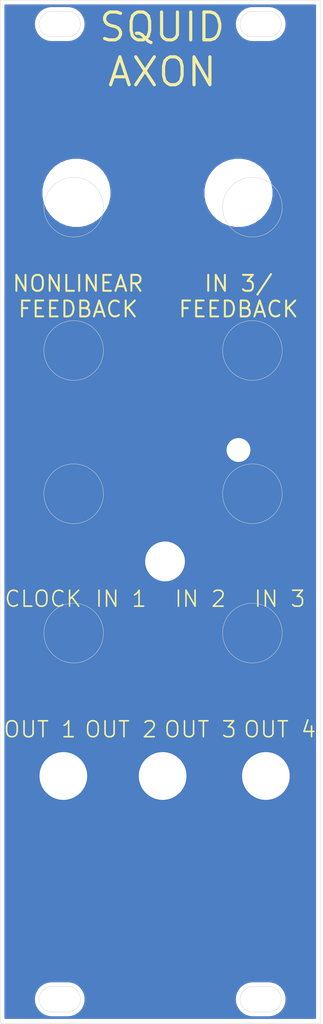
<source format=kicad_pcb>
(kicad_pcb (version 20171130) (host pcbnew "(5.1.5-0)")

  (general
    (thickness 1.6)
    (drawings 839)
    (tracks 0)
    (zones 0)
    (modules 6)
    (nets 2)
  )

  (page A4)
  (layers
    (0 F.Cu signal hide)
    (31 B.Cu signal hide)
    (32 B.Adhes user hide)
    (33 F.Adhes user hide)
    (34 B.Paste user hide)
    (35 F.Paste user)
    (36 B.SilkS user hide)
    (37 F.SilkS user hide)
    (38 B.Mask user)
    (39 F.Mask user)
    (40 Dwgs.User user)
    (41 Cmts.User user hide)
    (42 Eco1.User user hide)
    (43 Eco2.User user hide)
    (44 Edge.Cuts user)
    (45 Margin user hide)
    (46 B.CrtYd user hide)
    (47 F.CrtYd user hide)
    (48 B.Fab user hide)
    (49 F.Fab user hide)
  )

  (setup
    (last_trace_width 0.25)
    (trace_clearance 0.2)
    (zone_clearance 0.508)
    (zone_45_only no)
    (trace_min 0.2)
    (via_size 0.8)
    (via_drill 0.4)
    (via_min_size 0.4)
    (via_min_drill 0.3)
    (uvia_size 0.3)
    (uvia_drill 0.1)
    (uvias_allowed no)
    (uvia_min_size 0.2)
    (uvia_min_drill 0.1)
    (edge_width 0.05)
    (segment_width 0.2)
    (pcb_text_width 0.3)
    (pcb_text_size 1.5 1.5)
    (mod_edge_width 0.12)
    (mod_text_size 1 1)
    (mod_text_width 0.15)
    (pad_size 3.1 3.1)
    (pad_drill 3)
    (pad_to_mask_clearance 0.051)
    (solder_mask_min_width 0.25)
    (aux_axis_origin 0 0)
    (visible_elements FFFFFF7F)
    (pcbplotparams
      (layerselection 0x010fc_ffffffff)
      (usegerberextensions false)
      (usegerberattributes false)
      (usegerberadvancedattributes false)
      (creategerberjobfile false)
      (excludeedgelayer true)
      (linewidth 0.100000)
      (plotframeref false)
      (viasonmask false)
      (mode 1)
      (useauxorigin false)
      (hpglpennumber 1)
      (hpglpenspeed 20)
      (hpglpendiameter 15.000000)
      (psnegative false)
      (psa4output false)
      (plotreference true)
      (plotvalue true)
      (plotinvisibletext false)
      (padsonsilk false)
      (subtractmaskfromsilk false)
      (outputformat 1)
      (mirror false)
      (drillshape 1)
      (scaleselection 1)
      (outputdirectory ""))
  )

  (net 0 "")
  (net 1 GND)

  (net_class Default "This is the default net class."
    (clearance 0.2)
    (trace_width 0.25)
    (via_dia 0.8)
    (via_drill 0.4)
    (uvia_dia 0.3)
    (uvia_drill 0.1)
    (add_net GND)
  )

  (module "custom footprints:3mm_mounting_hole_LED" (layer F.Cu) (tedit 5FFBE292) (tstamp 5FFC4ED8)
    (at 30 56.5)
    (descr "Through hole straight socket strip, 1x01, 2.54mm pitch, single row (from Kicad 4.0.7), script generated")
    (tags "Through hole socket strip THT 1x01 2.54mm single row")
    (fp_text reference REF** (at 0 -2.77) (layer F.SilkS) hide
      (effects (font (size 1 1) (thickness 0.15)))
    )
    (fp_text value 3mm_mounting_hole_LED (at 0 2.77) (layer F.Fab)
      (effects (font (size 1 1) (thickness 0.15)))
    )
    (pad 1 thru_hole circle (at 0 0) (size 3.1 3.1) (drill 3) (layers *.Cu *.Mask)
      (net 1 GND))
    (model ${KISYS3DMOD}/Connector_PinSocket_2.54mm.3dshapes/PinSocket_1x01_P2.54mm_Vertical.wrl
      (at (xyz 0 0 0))
      (scale (xyz 1 1 1))
      (rotate (xyz 0 0 0))
    )
  )

  (module "custom footprints:5mm_mounting_hole_LED" (layer F.Cu) (tedit 5FF50C3D) (tstamp 5FFC67A6)
    (at 20.75 70.5)
    (descr "Through hole straight socket strip, 1x01, 2.54mm pitch, single row (from Kicad 4.0.7), script generated")
    (tags "Through hole socket strip THT 1x01 2.54mm single row")
    (fp_text reference REF** (at 0 -2.77) (layer F.SilkS) hide
      (effects (font (size 1 1) (thickness 0.15)))
    )
    (fp_text value 5mm_mounting_hole_LED (at 0 2.77) (layer F.Fab)
      (effects (font (size 1 1) (thickness 0.15)))
    )
    (pad 1 thru_hole circle (at 0 0) (size 5.1 5.1) (drill 5) (layers *.Cu *.Mask))
    (model ${KISYS3DMOD}/Connector_PinSocket_2.54mm.3dshapes/PinSocket_1x01_P2.54mm_Vertical.wrl
      (at (xyz 0 0 0))
      (scale (xyz 1 1 1))
      (rotate (xyz 0 0 0))
    )
  )

  (module "custom footprints:6mm_mounting_hole_thonkiconn" (layer F.Cu) (tedit 5FF4E2DD) (tstamp 5FFC4E56)
    (at 33.45 97.45)
    (descr "Through hole straight socket strip, 1x01, 2.54mm pitch, single row (from Kicad 4.0.7), script generated")
    (tags "Through hole socket strip THT 1x01 2.54mm single row")
    (path /608AC9A1)
    (fp_text reference TP1 (at 0 -2.77) (layer F.SilkS) hide
      (effects (font (size 1 1) (thickness 0.15)))
    )
    (fp_text value TestPoint (at 0 2.77) (layer F.Fab)
      (effects (font (size 1 1) (thickness 0.15)))
    )
    (pad 1 thru_hole circle (at 0 0) (size 6.1 6.1) (drill 6) (layers *.Cu *.Mask)
      (net 1 GND))
    (model ${KISYS3DMOD}/Connector_PinSocket_2.54mm.3dshapes/PinSocket_1x01_P2.54mm_Vertical.wrl
      (at (xyz 0 0 0))
      (scale (xyz 1 1 1))
      (rotate (xyz 0 0 0))
    )
  )

  (module "custom footprints:nlclogoxsmall" (layer F.Cu) (tedit 5FF7F428) (tstamp 5FFB020D)
    (at 20.75 121.5)
    (fp_text reference REF** (at 0.25 2.325) (layer F.SilkS) hide
      (effects (font (size 1 1) (thickness 0.15)))
    )
    (fp_text value nlclogoxsmall (at -0.2 4.75) (layer F.Fab)
      (effects (font (size 1 1) (thickness 0.15)))
    )
    (fp_line (start -5.35 0.725) (end -7.025 2.8) (layer F.Mask) (width 0.3))
    (fp_line (start -7.4 -0.7) (end -5.35 0.725) (layer F.Mask) (width 0.3))
    (fp_line (start -5.625 -2.9) (end -7.4 -0.7) (layer F.Mask) (width 0.3))
    (fp_circle (center -6.25 0) (end -3.25 0) (layer F.Mask) (width 0.3))
    (fp_circle (center -6.275 0.025) (end -3.108772 0.025) (layer F.Mask) (width 0.3))
    (fp_curve (pts (xy -6.350128 0.083982) (xy -7.000121 -0.352587) (xy -7.374288 -0.615955) (xy -7.388338 -0.64679)) (layer F.Mask) (width 0.0008))
    (fp_curve (pts (xy -5.34068 0.780773) (xy -5.336942 0.772949) (xy -5.791194 0.459392) (xy -6.350128 0.083982)) (layer F.Mask) (width 0.0008))
    (fp_curve (pts (xy -6.158504 1.779998) (xy -5.712439 1.238249) (xy -5.344418 0.788598) (xy -5.34068 0.780773)) (layer F.Mask) (width 0.0008))
    (fp_line (start 1.45066 0.185001) (end -0.804979 0.185001) (layer F.Mask) (width 0.3))
    (fp_curve (pts (xy -8.431133 2.266906) (xy -8.917478 1.79709) (xy -9.197053 1.292384) (xy -9.34825 0.611274)) (layer F.Mask) (width 0.0008))
    (fp_curve (pts (xy -9.242901 -0.998286) (xy -8.936495 -1.937376) (xy -8.159532 -2.710715) (xy -7.229352 -3.002447)) (layer F.Mask) (width 0.0008))
    (fp_curve (pts (xy -6.562887 3.124661) (xy -6.968479 3.082271) (xy -7.319011 2.978828) (xy -7.683911 2.793842)) (layer F.Mask) (width 0.0008))
    (fp_curve (pts (xy -9.34825 0.611274) (xy -9.385209 0.444779) (xy -9.39182 0.352793) (xy -9.391823 0.005)) (layer F.Mask) (width 0.0008))
    (fp_line (start 4.864564 1.827938) (end 4.864575 1.827934) (layer F.Mask) (width 0.0008))
    (fp_curve (pts (xy 8.797457 1.243669) (xy 8.751551 1.492811) (xy 8.584562 1.701542) (xy 8.365612 1.783461)) (layer F.Mask) (width 0.3))
    (fp_curve (pts (xy 8.787888 1.041594) (xy 8.817328 1.103636) (xy 8.818543 1.129259) (xy 8.797457 1.243669)) (layer F.Mask) (width 0.3))
    (fp_curve (pts (xy 8.474561 0.983461) (xy 8.573384 0.884636) (xy 8.726925 0.913123) (xy 8.787888 1.041594)) (layer F.Mask) (width 0.3))
    (fp_curve (pts (xy 8.416099 1.110315) (xy 8.416099 1.06139) (xy 8.43274 1.025282) (xy 8.474561 0.983461)) (layer F.Mask) (width 0.3))
    (fp_curve (pts (xy 8.255912 1.387892) (xy 8.337951 1.343895) (xy 8.416099 1.208476) (xy 8.416099 1.110315)) (layer F.Mask) (width 0.3))
    (fp_curve (pts (xy 7.600418 1.424999) (xy 8.13329 1.424999) (xy 8.193029 1.42162) (xy 8.255912 1.387892)) (layer F.Mask) (width 0.3))
    (fp_curve (pts (xy 6.853031 1.290484) (xy 6.935525 1.42317) (xy 6.945686 1.424999) (xy 7.600418 1.424999)) (layer F.Mask) (width 0.3))
    (fp_line (start 6.989252 -1.214999) (end 6.90407 -1.126099) (layer F.Mask) (width 0.0008))
    (fp_line (start 7.589721 -1.214999) (end 6.989252 -1.214999) (layer F.Mask) (width 0.3))
    (fp_curve (pts (xy 6.806395 -0.951099) (xy 6.799524 -0.903743) (xy 6.796644 -0.396999) (xy 6.8 0.175)) (layer F.Mask) (width 0.3))
    (fp_curve (pts (xy 6.90407 -1.126099) (xy 6.840257 -1.0595) (xy 6.815755 -1.0156) (xy 6.806395 -0.951099)) (layer F.Mask) (width 0.3))
    (fp_line (start 6.406109 -1.064998) (end 6.469597 -1.199012) (layer F.Mask) (width 0.3))
    (fp_line (start 6.400315 0.062166) (end 6.406109 -1.064998) (layer F.Mask) (width 0.3))
    (fp_curve (pts (xy 8.25631 -1.169998) (xy 8.191369 -1.214198) (xy 8.179507 -1.214999) (xy 7.589721 -1.214999)) (layer F.Mask) (width 0.3))
    (fp_curve (pts (xy 8.408223 -0.944529) (xy 8.395258 -1.037666) (xy 8.348261 -1.107418) (xy 8.25631 -1.169998)) (layer F.Mask) (width 0.3))
    (fp_curve (pts (xy 8.519406 -0.743292) (xy 8.455467 -0.776358) (xy 8.42361 -0.834017) (xy 8.408223 -0.944529)) (layer F.Mask) (width 0.3))
    (fp_curve (pts (xy 8.740792 -0.773451) (xy 8.668923 -0.709135) (xy 8.602863 -0.700136) (xy 8.519406 -0.743292)) (layer F.Mask) (width 0.3))
    (fp_curve (pts (xy 8.804293 -0.95845) (xy 8.805994 -0.839805) (xy 8.802026 -0.828251) (xy 8.740792 -0.773451)) (layer F.Mask) (width 0.3))
    (fp_curve (pts (xy 8.411334 -1.551288) (xy 8.629438 -1.44476) (xy 8.801034 -1.185882) (xy 8.804293 -0.95845)) (layer F.Mask) (width 0.3))
    (fp_curve (pts (xy 7.499276 -1.631751) (xy 8.096171 -1.639246) (xy 8.261026 -1.624699) (xy 8.411334 -1.551288)) (layer F.Mask) (width 0.3))
    (fp_curve (pts (xy 6.832179 -1.571498) (xy 6.945583 -1.624559) (xy 6.948662 -1.624838) (xy 7.499276 -1.631751)) (layer F.Mask) (width 0.3))
    (fp_curve (pts (xy 6.469597 -1.199012) (xy 6.547547 -1.363554) (xy 6.681195 -1.500854) (xy 6.832179 -1.571498)) (layer F.Mask) (width 0.3))
    (fp_line (start 5.116105 1.424999) (end 5.786105 1.424999) (layer F.Mask) (width 0.3))
    (fp_line (start 5.116105 -0.034684) (end 5.116105 1.424999) (layer F.Mask) (width 0.3))
    (fp_line (start 5.116105 -1.494367) (end 5.116105 -0.034684) (layer F.Mask) (width 0.3))
    (fp_line (start 5.059776 -1.55741) (end 5.116105 -1.494367) (layer F.Mask) (width 0.0008))
    (fp_curve (pts (xy 6.425314 1.295242) (xy 6.398885 1.20433) (xy 6.395345 1.029704) (xy 6.400315 0.062166)) (layer F.Mask) (width 0.3))
    (fp_curve (pts (xy 6.456104 1.413077) (xy 6.456104 1.406524) (xy 6.442249 1.353494) (xy 6.425314 1.295242)) (layer F.Mask) (width 0.0008))
    (fp_curve (pts (xy 5.786105 1.424999) (xy 6.154605 1.424999) (xy 6.456104 1.419636) (xy 6.456104 1.413077)) (layer F.Mask) (width 0.3))
    (fp_line (start 4.716105 -1.494367) (end 4.772434 -1.55741) (layer F.Mask) (width 0.3))
    (fp_line (start 4.716105 -0.283017) (end 4.716105 -1.494367) (layer F.Mask) (width 0.3))
    (fp_curve (pts (xy 4.916105 -1.620452) (xy 4.988843 -1.620452) (xy 5.012867 -1.609908) (xy 5.059776 -1.55741)) (layer F.Mask) (width 0.3))
    (fp_curve (pts (xy 4.772434 -1.55741) (xy 4.819344 -1.609911) (xy 4.843368 -1.620452) (xy 4.916105 -1.620452)) (layer F.Mask) (width 0.3))
    (fp_line (start 2.706109 1.702388) (end 2.700054 0.168695) (layer F.Mask) (width 0.3))
    (fp_line (start 2.764851 1.763693) (end 2.706109 1.702388) (layer F.Mask) (width 0.3))
    (fp_curve (pts (xy 4.698018 0.921666) (xy 4.708676 0.925589) (xy 4.716105 0.430752) (xy 4.716105 -0.283017)) (layer F.Mask) (width 0.3))
    (fp_curve (pts (xy 3.885791 -0.285) (xy 4.322567 0.375) (xy 4.688069 0.917999) (xy 4.698018 0.921666)) (layer F.Mask) (width 0.3))
    (fp_curve (pts (xy 3.033564 -1.539998) (xy 3.065513 -1.509748) (xy 3.449015 -0.944999) (xy 3.885791 -0.285)) (layer F.Mask) (width 0.3))
    (fp_curve (pts (xy 2.715536 -1.438925) (xy 2.760139 -1.59205) (xy 2.923692 -1.644029) (xy 3.033564 -1.539998)) (layer F.Mask) (width 0.3))
    (fp_curve (pts (xy 2.700054 0.168695) (xy 2.695893 -0.884664) (xy 2.700735 -1.388151) (xy 2.715536 -1.438925)) (layer F.Mask) (width 0.3))
    (fp_line (start 3.126109 -0.703247) (end 3.116109 0.497819) (layer F.Mask) (width 0.3))
    (fp_line (start 3.942295 0.52885) (end 3.126109 -0.703247) (layer F.Mask) (width 0.3))
    (fp_curve (pts (xy 2.904851 1.824363) (xy 2.839826 1.824816) (xy 2.811858 1.812752) (xy 2.764851 1.763693)) (layer F.Mask) (width 0.3))
    (fp_curve (pts (xy 3.016109 1.799362) (xy 2.999609 1.812762) (xy 2.949543 1.824012) (xy 2.904851 1.824363)) (layer F.Mask) (width 0.3))
    (fp_curve (pts (xy 3.116109 0.497819) (xy 3.105518 1.769228) (xy 3.108999 1.72392) (xy 3.016109 1.799362)) (layer F.Mask) (width 0.3))
    (fp_line (start -6.158513 1.779998) (end -6.158504 1.779998) (layer F.Mask) (width 0.0008))
    (fp_curve (pts (xy 4.792293 1.790907) (xy 4.773696 1.774429) (xy 4.391196 1.206502) (xy 3.942295 0.52885)) (layer F.Mask) (width 0.3))
    (fp_curve (pts (xy 4.864575 1.827934) (xy 4.843418 1.824045) (xy 4.810891 1.807387) (xy 4.792293 1.790907)) (layer F.Mask) (width 0.0008))
    (fp_line (start -5.682896 -2.824997) (end -5.748394 -2.84115) (layer F.Mask) (width 0.0008))
    (fp_line (start -6.52467 -1.804998) (end -5.682896 -2.824997) (layer F.Mask) (width 0.0008))
    (fp_curve (pts (xy -7.001716 2.763746) (xy -6.982778 2.764427) (xy -6.635871 2.359754) (xy -6.158513 1.779998)) (layer F.Mask) (width 0.0008))
    (fp_curve (pts (xy -7.554765 2.553688) (xy -7.345994 2.657119) (xy -7.072511 2.760991) (xy -7.001716 2.763746)) (layer F.Mask) (width 0.0008))
    (fp_curve (pts (xy -8.3245 1.99201) (xy -8.14105 2.186477) (xy -7.81344 2.425535) (xy -7.554765 2.553688)) (layer F.Mask) (width 0.0008))
    (fp_curve (pts (xy -9.058692 0.651357) (xy -8.922302 1.190973) (xy -8.703842 1.589887) (xy -8.3245 1.99201)) (layer F.Mask) (width 0.0008))
    (fp_curve (pts (xy -9.113633 0.015001) (xy -9.113395 0.406039) (xy -9.109606 0.449919) (xy -9.058692 0.651357)) (layer F.Mask) (width 0.0008))
    (fp_curve (pts (xy -9.077306 -0.571307) (xy -9.106373 -0.439172) (xy -9.113837 -0.3187) (xy -9.113633 0.015001)) (layer F.Mask) (width 0.0008))
    (fp_curve (pts (xy -8.320334 -2.006005) (xy -8.712515 -1.59314) (xy -8.952642 -1.138026) (xy -9.077306 -0.571307)) (layer F.Mask) (width 0.0008))
    (fp_curve (pts (xy -6.627183 -2.856505) (xy -7.275907 -2.764695) (xy -7.895104 -2.453661) (xy -8.320334 -2.006005)) (layer F.Mask) (width 0.0008))
    (fp_curve (pts (xy -5.748394 -2.84115) (xy -5.869794 -2.871088) (xy -6.452229 -2.881266) (xy -6.627183 -2.856505)) (layer F.Mask) (width 0.0008))
    (fp_line (start -6.562887 3.124662) (end -6.562887 3.124662) (layer F.Mask) (width 0.0008))
    (fp_curve (pts (xy -7.388378 -0.739999) (xy -7.376314 -0.76475) (xy -6.987645 -1.243998) (xy -6.52467 -1.804998)) (layer F.Mask) (width 0.0008))
    (fp_curve (pts (xy -7.388338 -0.64679) (xy -7.404277 -0.681774) (xy -7.404286 -0.707344) (xy -7.388378 -0.739999)) (layer F.Mask) (width 0.0008))
    (fp_line (start 1.503388 0.132274) (end 1.45066 0.185001) (layer F.Mask) (width 0.0008))
    (fp_curve (pts (xy -4.906782 2.843488) (xy -5.394308 3.073453) (xy -6.026268 3.180746) (xy -6.562887 3.124662)) (layer F.Mask) (width 0.0008))
    (fp_curve (pts (xy -3.468298 1.469175) (xy -3.76531 2.038606) (xy -4.31618 2.564902) (xy -4.906782 2.843488)) (layer F.Mask) (width 0.0008))
    (fp_curve (pts (xy -3.123886 0.296126) (xy -3.123886 0.559005) (xy -3.29172 1.130639) (xy -3.468298 1.469175)) (layer F.Mask) (width 0.3))
    (fp_curve (pts (xy -3.09225 0.197141) (xy -3.114377 0.205634) (xy -3.123886 0.235384) (xy -3.123886 0.296126)) (layer F.Mask) (width 0.0008))
    (fp_curve (pts (xy -0.804979 0.185001) (xy -2.045579 0.185001) (xy -3.074851 0.190466) (xy -3.09225 0.197141)) (layer F.Mask) (width 0.3))
    (fp_line (start 1.459579 -0.164998) (end 1.507844 -0.108883) (layer F.Mask) (width 0.0008))
    (fp_line (start -0.827153 -0.174999) (end 1.459579 -0.164998) (layer F.Mask) (width 0.3))
    (fp_line (start -3.113886 -0.184999) (end -0.827153 -0.174999) (layer F.Mask) (width 0.3))
    (fp_line (start -3.126661 -0.327961) (end -3.113886 -0.184999) (layer F.Mask) (width 0.0008))
    (fp_curve (pts (xy 1.507844 -0.108883) (xy 1.573758 -0.032251) (xy 1.571983 0.063674) (xy 1.503388 0.132274)) (layer F.Mask) (width 0.3))
    (fp_curve (pts (xy -4.039367 -2.249119) (xy -3.523656 -1.728867) (xy -3.188879 -1.024193) (xy -3.126661 -0.327961)) (layer F.Mask) (width 0.3))
    (fp_curve (pts (xy -5.630597 -3.09894) (xy -5.011856 -2.965011) (xy -4.453321 -2.666717) (xy -4.039367 -2.249119)) (layer F.Mask) (width 0.0008))
    (fp_curve (pts (xy -6.243883 -3.142942) (xy -5.896386 -3.142942) (xy -5.802894 -3.136229) (xy -5.630597 -3.09894)) (layer F.Mask) (width 0.0008))
    (fp_curve (pts (xy -7.229352 -3.002447) (xy -6.861088 -3.117945) (xy -6.685753 -3.142942) (xy -6.243883 -3.142942)) (layer F.Mask) (width 0.0008))
    (fp_curve (pts (xy -9.391823 0.005) (xy -9.391825 -0.446385) (xy -9.365828 -0.621533) (xy -9.242901 -0.998286)) (layer F.Mask) (width 0.0008))
    (fp_curve (pts (xy -7.683911 2.793842) (xy -7.974639 2.646459) (xy -8.210152 2.480376) (xy -8.431133 2.266906)) (layer F.Mask) (width 0.0008))
    (fp_curve (pts (xy 6.580047 1.829536) (xy 5.657688 1.832541) (xy 4.885721 1.831816) (xy 4.864564 1.827938)) (layer F.Mask) (width 0.3))
    (fp_curve (pts (xy 8.365612 1.783461) (xy 8.260146 1.822922) (xy 8.209457 1.82423) (xy 6.580047 1.829536)) (layer F.Mask) (width 0.3))
    (fp_line (start 6.8061 1.214999) (end 6.853031 1.290484) (layer F.Mask) (width 0.0008))
    (fp_line (start 6.8 0.175) (end 6.8061 1.214999) (layer F.Mask) (width 0.3))
  )

  (module "custom footprints:6mm_mounting_hole_thonkiconn" (layer F.Cu) (tedit 5FF4E2DD) (tstamp 5FFAF8DE)
    (at 7.95 97.45)
    (descr "Through hole straight socket strip, 1x01, 2.54mm pitch, single row (from Kicad 4.0.7), script generated")
    (tags "Through hole socket strip THT 1x01 2.54mm single row")
    (path /608AC9A1)
    (fp_text reference TP1 (at 0 -2.77) (layer F.SilkS) hide
      (effects (font (size 1 1) (thickness 0.15)))
    )
    (fp_text value TestPoint (at 0 2.77) (layer F.Fab)
      (effects (font (size 1 1) (thickness 0.15)))
    )
    (pad 1 thru_hole circle (at 0 0) (size 6.1 6.1) (drill 6) (layers *.Cu *.Mask)
      (net 1 GND))
    (model ${KISYS3DMOD}/Connector_PinSocket_2.54mm.3dshapes/PinSocket_1x01_P2.54mm_Vertical.wrl
      (at (xyz 0 0 0))
      (scale (xyz 1 1 1))
      (rotate (xyz 0 0 0))
    )
  )

  (module "custom footprints:6mm_mounting_hole_thonkiconn" (layer F.Cu) (tedit 5FF4E2DD) (tstamp 5FFA96C0)
    (at 20.45 97.45)
    (descr "Through hole straight socket strip, 1x01, 2.54mm pitch, single row (from Kicad 4.0.7), script generated")
    (tags "Through hole socket strip THT 1x01 2.54mm single row")
    (path /608AC9A1)
    (fp_text reference TP1 (at 0 -2.77) (layer F.SilkS) hide
      (effects (font (size 1 1) (thickness 0.15)))
    )
    (fp_text value TestPoint (at 0 2.77) (layer F.Fab)
      (effects (font (size 1 1) (thickness 0.15)))
    )
    (pad 1 thru_hole circle (at 0 0) (size 6.1 6.1) (drill 6) (layers *.Cu *.Mask)
      (net 1 GND))
    (model ${KISYS3DMOD}/Connector_PinSocket_2.54mm.3dshapes/PinSocket_1x01_P2.54mm_Vertical.wrl
      (at (xyz 0 0 0))
      (scale (xyz 1 1 1))
      (rotate (xyz 0 0 0))
    )
  )

  (gr_arc (start 7.5 84.75) (end 7.5 97.75) (angle -90) (layer F.Mask) (width 1) (tstamp 5FFC67AE))
  (gr_arc (start 33.75 84.75) (end 20.75 84.75) (angle -90) (layer F.Mask) (width 1))
  (gr_line (start 20.75 70.5) (end 20.75 97.5) (layer F.Mask) (width 1.2))
  (gr_circle (center 20.75 70.25) (end 23.75 70.25) (layer F.Mask) (width 1))
  (gr_circle (center 31.75 79.5) (end 35.5 79.5) (layer Edge.Cuts) (width 0.05) (tstamp 5FFC116D))
  (gr_circle (center 9.25 79.5) (end 13 79.5) (layer Edge.Cuts) (width 0.05) (tstamp 5FFC116B))
  (gr_circle (center 9.25 62) (end 13 62) (layer Edge.Cuts) (width 0.05) (tstamp 5FFC1169))
  (gr_circle (center 31.75 62) (end 35.5 62) (layer Edge.Cuts) (width 0.05) (tstamp 5FFC1167))
  (gr_circle (center 9.25 44) (end 13 44) (layer Edge.Cuts) (width 0.05) (tstamp 5FFC1165))
  (gr_circle (center 31.75 44) (end 35.5 44) (layer Edge.Cuts) (width 0.05) (tstamp 5FFC1163))
  (gr_curve (pts (xy 11.41021 97.262201) (xy 11.41021 99.167423) (xy 9.843694 100.733938) (xy 7.896135 100.733938)) (layer Dwgs.User) (width 0.124481))
  (gr_curve (pts (xy 7.896135 93.748126) (xy 9.843694 93.748126) (xy 11.41021 95.314642) (xy 11.41021 97.262201)) (layer Dwgs.User) (width 0.124481))
  (gr_curve (pts (xy 4.382059 97.262201) (xy 4.382059 95.314642) (xy 5.948575 93.748126) (xy 7.896135 93.748126)) (layer Dwgs.User) (width 0.124481))
  (gr_curve (pts (xy 9.801356 3.059585) (xy 9.801356 4.160379) (xy 8.869914 5.091821) (xy 7.76912 5.091821)) (layer Dwgs.User) (width 0.124481))
  (gr_curve (pts (xy 7.76912 5.091821) (xy 6.625987 5.091821) (xy 5.736884 4.160379) (xy 5.736884 3.059585)) (layer Dwgs.User) (width 0.124481))
  (gr_curve (pts (xy 5.736884 3.059585) (xy 5.736884 1.916452) (xy 6.625987 1.027348) (xy 7.76912 1.027348)) (layer Dwgs.User) (width 0.124481))
  (gr_curve (pts (xy 7.76912 127.61873) (xy 6.625987 127.61873) (xy 5.736884 126.687288) (xy 5.736884 125.586494)) (layer Dwgs.User) (width 0.124481))
  (gr_curve (pts (xy 7.896135 100.733938) (xy 5.948575 100.733938) (xy 4.382059 99.167423) (xy 4.382059 97.262201)) (layer Dwgs.User) (width 0.124481))
  (gr_curve (pts (xy 7.76912 123.554257) (xy 8.869914 123.554257) (xy 9.801356 124.443361) (xy 9.801356 125.586494)) (layer Dwgs.User) (width 0.124481))
  (gr_curve (pts (xy 7.76912 1.027348) (xy 8.869914 1.027348) (xy 9.801356 1.916452) (xy 9.801356 3.059585)) (layer Dwgs.User) (width 0.124481))
  (gr_curve (pts (xy 9.801356 125.586494) (xy 9.801356 126.687288) (xy 8.869914 127.61873) (xy 7.76912 127.61873)) (layer Dwgs.User) (width 0.124481))
  (gr_curve (pts (xy 5.736884 125.586494) (xy 5.736884 124.443361) (xy 6.625987 123.554257) (xy 7.76912 123.554257)) (layer Dwgs.User) (width 0.124481))
  (gr_line (start 35.416 34.728599) (end 35.416 34.728599) (layer Dwgs.User) (width 0.124481))
  (gr_line (start 34.738588 34.728599) (end 35.416 34.728599) (layer Dwgs.User) (width 0.124481))
  (gr_curve (pts (xy 35.416 34.728599) (xy 35.585353 34.728599) (xy 35.754706 34.897952) (xy 35.754706 35.067305)) (layer Dwgs.User) (width 0.124481))
  (gr_line (start 33.680132 89.725992) (end 33.680132 90.74211) (layer Dwgs.User) (width 0.124481))
  (gr_curve (pts (xy 33.680132 90.74211) (xy 33.680132 90.953801) (xy 33.510779 91.123154) (xy 33.341426 91.123154)) (layer Dwgs.User) (width 0.124481))
  (gr_line (start 30.293071 90.74211) (end 30.293071 90.74211) (layer Dwgs.User) (width 0.124481))
  (gr_curve (pts (xy 20.555273 68.133482) (xy 21.910097 68.133482) (xy 23.010892 69.234276) (xy 23.010892 70.589101)) (layer Dwgs.User) (width 0.124481))
  (gr_curve (pts (xy 18.141992 70.589101) (xy 18.141992 69.234276) (xy 19.242787 68.133482) (xy 20.555273 68.133482)) (layer Dwgs.User) (width 0.124481))
  (gr_curve (pts (xy 20.555273 73.002381) (xy 19.242787 73.002381) (xy 18.141992 71.901587) (xy 18.141992 70.589101)) (layer Dwgs.User) (width 0.124481))
  (gr_curve (pts (xy 23.010892 70.589101) (xy 23.010892 71.901587) (xy 21.910097 73.002381) (xy 20.555273 73.002381)) (layer Dwgs.User) (width 0.124481))
  (gr_line (start 9.335635 89.725992) (end 9.335635 89.725992) (layer Dwgs.User) (width 0.124481))
  (gr_line (start 8.658223 89.725992) (end 9.335635 89.725992) (layer Dwgs.User) (width 0.124481))
  (gr_line (start 10.732798 34.389893) (end 10.732798 34.389893) (layer Dwgs.User) (width 0.124481))
  (gr_line (start 10.394091 34.051187) (end 10.394091 34.051187) (layer Dwgs.User) (width 0.124481))
  (gr_line (start 9.716679 34.051187) (end 10.394091 34.051187) (layer Dwgs.User) (width 0.124481))
  (gr_curve (pts (xy 10.394091 34.051187) (xy 10.563445 34.051187) (xy 10.732798 34.22054) (xy 10.732798 34.389893)) (layer Dwgs.User) (width 0.124481))
  (gr_line (start 9.335635 36.125761) (end 9.335635 34.389893) (layer Dwgs.User) (width 0.124481))
  (gr_curve (pts (xy 8.319517 90.064698) (xy 8.319517 89.895345) (xy 8.446532 89.725992) (xy 8.658223 89.725992)) (layer Dwgs.User) (width 0.124481))
  (gr_line (start 6.964693 89.04858) (end 6.964693 89.217933) (layer Dwgs.User) (width 0.124481))
  (gr_curve (pts (xy 30.293071 90.064698) (xy 30.293071 89.895345) (xy 30.420086 89.725992) (xy 30.631777 89.725992)) (layer Dwgs.User) (width 0.124481))
  (gr_line (start 21.994773 91.123154) (end 22.672185 89.725992) (layer Dwgs.User) (width 0.124481))
  (gr_line (start 21.317361 89.725992) (end 21.994773 91.123154) (layer Dwgs.User) (width 0.124481))
  (gr_curve (pts (xy 33.256749 94.044494) (xy 35.034956 94.044494) (xy 36.474457 95.483995) (xy 36.474457 97.262201)) (layer Dwgs.User) (width 0.124481))
  (gr_curve (pts (xy 30.08138 97.262201) (xy 30.08138 95.483995) (xy 31.520881 94.044494) (xy 33.256749 94.044494)) (layer Dwgs.User) (width 0.124481))
  (gr_curve (pts (xy 33.256749 100.43757) (xy 31.520881 100.43757) (xy 30.08138 98.99807) (xy 30.08138 97.262201)) (layer Dwgs.User) (width 0.124481))
  (gr_curve (pts (xy 36.474457 97.262201) (xy 36.474457 98.99807) (xy 35.034956 100.43757) (xy 33.256749 100.43757)) (layer Dwgs.User) (width 0.124481))
  (gr_curve (pts (xy 20.555273 94.044494) (xy 22.333479 94.044494) (xy 23.77298 95.483995) (xy 23.77298 97.262201)) (layer Dwgs.User) (width 0.124481))
  (gr_curve (pts (xy 17.379903 97.262201) (xy 17.379903 95.483995) (xy 18.819404 94.044494) (xy 20.555273 94.044494)) (layer Dwgs.User) (width 0.124481))
  (gr_curve (pts (xy 20.555273 100.43757) (xy 18.819404 100.43757) (xy 17.379903 98.99807) (xy 17.379903 97.262201)) (layer Dwgs.User) (width 0.124481))
  (gr_curve (pts (xy 23.77298 97.262201) (xy 23.77298 98.99807) (xy 22.333479 100.43757) (xy 20.555273 100.43757)) (layer Dwgs.User) (width 0.124481))
  (gr_curve (pts (xy 7.896135 94.044494) (xy 9.674341 94.044494) (xy 11.071504 95.483995) (xy 11.071504 97.262201)) (layer Dwgs.User) (width 0.124481))
  (gr_curve (pts (xy 4.720766 97.262201) (xy 4.720766 95.483995) (xy 6.117928 94.044494) (xy 7.896135 94.044494)) (layer Dwgs.User) (width 0.124481))
  (gr_curve (pts (xy 31.05516 71.774572) (xy 31.05516 71.943925) (xy 30.885807 72.113278) (xy 30.716454 72.113278)) (layer Dwgs.User) (width 0.124481))
  (gr_line (start 28.853571 70.758454) (end 28.853571 70.758454) (layer Dwgs.User) (width 0.124481))
  (gr_line (start 28.176159 70.758454) (end 28.853571 70.758454) (layer Dwgs.User) (width 0.124481))
  (gr_curve (pts (xy 28.853571 70.758454) (xy 29.022924 70.758454) (xy 29.192277 70.885468) (xy 29.192277 71.09716)) (layer Dwgs.User) (width 0.124481))
  (gr_line (start 19.666169 121.522021) (end 18.43836 122.03008) (layer Dwgs.User) (width 0.124481))
  (gr_line (start 6.625987 18.089665) (end 7.303399 18.089665) (layer Dwgs.User) (width 0.124481))
  (gr_line (start 6.625987 16.734841) (end 7.303399 16.734841) (layer Dwgs.User) (width 0.124481))
  (gr_line (start 7.642105 16.311458) (end 7.642105 16.311458) (layer Dwgs.User) (width 0.124481))
  (gr_line (start 7.303399 16.057429) (end 7.303399 16.057429) (layer Dwgs.User) (width 0.124481))
  (gr_curve (pts (xy 29.319291 17.073547) (xy 29.319291 16.904194) (xy 29.488645 16.734841) (xy 29.657997 16.734841)) (layer Dwgs.User) (width 0.124481))
  (gr_line (start 28.641879 17.073547) (end 28.641879 17.073547) (layer Dwgs.User) (width 0.124481))
  (gr_line (start 28.303173 16.734841) (end 28.303173 16.734841) (layer Dwgs.User) (width 0.124481))
  (gr_line (start 27.625761 16.734841) (end 28.303173 16.734841) (layer Dwgs.User) (width 0.124481))
  (gr_line (start 32.367646 16.734841) (end 32.367646 16.734841) (layer Dwgs.User) (width 0.124481))
  (gr_line (start 31.690234 16.734841) (end 32.367646 16.734841) (layer Dwgs.User) (width 0.124481))
  (gr_curve (pts (xy 32.367646 16.734841) (xy 32.579337 16.734841) (xy 32.706352 16.904194) (xy 32.706352 17.073547)) (layer Dwgs.User) (width 0.124481))
  (gr_line (start 29.657997 18.089665) (end 29.657997 18.089665) (layer Dwgs.User) (width 0.124481))
  (gr_line (start 30.33541 18.089665) (end 29.657997 18.089665) (layer Dwgs.User) (width 0.124481))
  (gr_curve (pts (xy 29.657997 18.089665) (xy 29.488645 18.089665) (xy 29.319291 17.96265) (xy 29.319291 17.750959)) (layer Dwgs.User) (width 0.124481))
  (gr_line (start 30.674115 17.073547) (end 30.674115 17.750959) (layer Dwgs.User) (width 0.124481))
  (gr_line (start 30.674115 17.073547) (end 30.674115 17.073547) (layer Dwgs.User) (width 0.124481))
  (gr_curve (pts (xy 30.674115 17.750959) (xy 30.674115 17.96265) (xy 30.504763 18.089665) (xy 30.33541 18.089665)) (layer Dwgs.User) (width 0.124481))
  (gr_line (start 30.33541 16.734841) (end 30.33541 16.734841) (layer Dwgs.User) (width 0.124481))
  (gr_line (start 29.657997 16.734841) (end 30.33541 16.734841) (layer Dwgs.User) (width 0.124481))
  (gr_curve (pts (xy 30.33541 16.734841) (xy 30.504763 16.734841) (xy 30.674115 16.904194) (xy 30.674115 17.073547)) (layer Dwgs.User) (width 0.124481))
  (gr_line (start 29.319291 17.750959) (end 29.319291 17.073547) (layer Dwgs.User) (width 0.124481))
  (gr_line (start 31.690234 18.089665) (end 31.690234 18.089665) (layer Dwgs.User) (width 0.124481))
  (gr_line (start 32.367646 18.089665) (end 31.690234 18.089665) (layer Dwgs.User) (width 0.124481))
  (gr_curve (pts (xy 31.351528 17.750959) (xy 31.351528 17.581606) (xy 31.520881 17.412253) (xy 31.690234 17.412253)) (layer Dwgs.User) (width 0.124481))
  (gr_curve (pts (xy 31.690234 18.089665) (xy 31.520881 18.089665) (xy 31.351528 17.96265) (xy 31.351528 17.750959)) (layer Dwgs.User) (width 0.124481))
  (gr_line (start 32.706352 17.073547) (end 32.706352 18.089665) (layer Dwgs.User) (width 0.124481))
  (gr_line (start 32.706352 17.073547) (end 32.706352 17.073547) (layer Dwgs.User) (width 0.124481))
  (gr_curve (pts (xy 32.706352 17.750959) (xy 32.706352 17.96265) (xy 32.579337 18.089665) (xy 32.367646 18.089665)) (layer Dwgs.User) (width 0.124481))
  (gr_line (start 23.942333 3.440629) (end 23.942333 3.90635) (layer Dwgs.User) (width 0.124481))
  (gr_line (start 23.942333 3.440629) (end 23.942333 3.440629) (layer Dwgs.User) (width 0.124481))
  (gr_line (start 21.148008 2.509187) (end 21.148008 4.37207) (layer Dwgs.User) (width 0.124481))
  (gr_line (start 10.732798 65.212143) (end 9.970709 65.466172) (layer Dwgs.User) (width 0.124481))
  (gr_line (start 11.41021 64.831098) (end 10.732798 65.212143) (layer Dwgs.User) (width 0.124481))
  (gr_line (start 12.002945 64.280701) (end 11.41021 64.831098) (layer Dwgs.User) (width 0.124481))
  (gr_curve (pts (xy 33.256749 93.748126) (xy 35.204309 93.748126) (xy 36.770824 95.314642) (xy 36.770824 97.262201)) (layer Dwgs.User) (width 0.124481))
  (gr_curve (pts (xy 16.617815 126.390921) (xy 14.331549 126.390921) (xy 12.426328 124.485699) (xy 12.426328 122.199433)) (layer Dwgs.User) (width 0.124481))
  (gr_curve (pts (xy 16.617815 118.007946) (xy 18.946419 118.007946) (xy 20.809302 119.870829) (xy 20.809302 122.199433)) (layer Dwgs.User) (width 0.124481))
  (gr_line (start 8.658223 34.305216) (end 8.658223 34.305216) (layer Dwgs.User) (width 0.124481))
  (gr_line (start 7.980811 36.125761) (end 7.980811 34.389893) (layer Dwgs.User) (width 0.124481))
  (gr_curve (pts (xy 8.319517 34.051187) (xy 8.531209 34.051187) (xy 8.658223 34.178202) (xy 8.658223 34.305216)) (layer Dwgs.User) (width 0.124481))
  (gr_line (start 28.980585 124.189331) (end 28.980585 120.378888) (layer Dwgs.User) (width 0.124481))
  (gr_curve (pts (xy 36.051074 123.554257) (xy 36.051074 123.892964) (xy 35.797044 124.189331) (xy 35.416 124.189331)) (layer Dwgs.User) (width 0.124481))
  (gr_line (start 30.166056 29.139949) (end 29.488645 28.716567) (layer Dwgs.User) (width 0.124481))
  (gr_line (start 30.885807 29.436317) (end 30.166056 29.139949) (layer Dwgs.User) (width 0.124481))
  (gr_line (start 31.690234 29.563332) (end 30.885807 29.436317) (layer Dwgs.User) (width 0.124481))
  (gr_line (start 32.494661 29.478655) (end 31.690234 29.563332) (layer Dwgs.User) (width 0.124481))
  (gr_line (start 33.256749 29.224626) (end 32.494661 29.478655) (layer Dwgs.User) (width 0.124481))
  (gr_line (start 33.934161 28.843582) (end 33.256749 29.224626) (layer Dwgs.User) (width 0.124481))
  (gr_line (start 6.668325 41.714411) (end 7.261061 41.206352) (layer Dwgs.User) (width 0.124481))
  (gr_line (start 6.202604 42.349485) (end 6.668325 41.714411) (layer Dwgs.User) (width 0.124481))
  (gr_line (start 5.906237 43.111573) (end 6.202604 42.349485) (layer Dwgs.User) (width 0.124481))
  (gr_line (start 5.779222 43.873662) (end 5.906237 43.111573) (layer Dwgs.User) (width 0.124481))
  (gr_line (start 8.742899 22.57752) (end 9.547327 22.57752) (layer Dwgs.User) (width 0.124481))
  (gr_line (start 7.980811 22.789211) (end 8.742899 22.57752) (layer Dwgs.User) (width 0.124481))
  (gr_line (start 7.261061 23.170255) (end 7.980811 22.789211) (layer Dwgs.User) (width 0.124481))
  (gr_line (start 7.980811 58.819066) (end 8.742899 58.607375) (layer Dwgs.User) (width 0.124481))
  (gr_line (start 7.261061 59.157772) (end 7.980811 58.819066) (layer Dwgs.User) (width 0.124481))
  (gr_line (start 6.668325 59.708169) (end 7.261061 59.157772) (layer Dwgs.User) (width 0.124481))
  (gr_line (start 6.202604 60.343243) (end 6.668325 59.708169) (layer Dwgs.User) (width 0.124481))
  (gr_line (start 5.906237 61.105332) (end 6.202604 60.343243) (layer Dwgs.User) (width 0.124481))
  (gr_line (start 5.779222 61.86742) (end 5.906237 61.105332) (layer Dwgs.User) (width 0.124481))
  (gr_line (start 7.007031 64.704083) (end 6.456634 64.111348) (layer Dwgs.User) (width 0.124481))
  (gr_line (start 7.642105 65.169804) (end 7.007031 64.704083) (layer Dwgs.User) (width 0.124481))
  (gr_line (start 8.404194 65.423834) (end 7.642105 65.169804) (layer Dwgs.User) (width 0.124481))
  (gr_line (start 9.166282 65.550848) (end 8.404194 65.423834) (layer Dwgs.User) (width 0.124481))
  (gr_line (start 9.970709 65.466172) (end 9.166282 65.550848) (layer Dwgs.User) (width 0.124481))
  (gr_line (start 5.82156 62.671847) (end 5.779222 61.86742) (layer Dwgs.User) (width 0.124481))
  (gr_line (start 6.033251 63.433936) (end 5.82156 62.671847) (layer Dwgs.User) (width 0.124481))
  (gr_line (start 6.456634 64.111348) (end 6.033251 63.433936) (layer Dwgs.User) (width 0.124481))
  (gr_curve (pts (xy 10.394091 53.061063) (xy 10.563445 53.061063) (xy 10.732798 53.230416) (xy 10.732798 53.399769)) (layer Dwgs.User) (width 0.124481))
  (gr_line (start 10.732798 52.383651) (end 10.732798 52.722357) (layer Dwgs.User) (width 0.124481))
  (gr_line (start 10.732798 52.383651) (end 10.732798 52.383651) (layer Dwgs.User) (width 0.124481))
  (gr_curve (pts (xy 10.732798 52.722357) (xy 10.732798 52.934049) (xy 10.563445 53.061063) (xy 10.394091 53.061063)) (layer Dwgs.User) (width 0.124481))
  (gr_line (start 10.394091 52.044945) (end 10.394091 52.044945) (layer Dwgs.User) (width 0.124481))
  (gr_line (start 9.335635 52.044945) (end 10.394091 52.044945) (layer Dwgs.User) (width 0.124481))
  (gr_curve (pts (xy 10.394091 52.044945) (xy 10.563445 52.044945) (xy 10.732798 52.214298) (xy 10.732798 52.383651)) (layer Dwgs.User) (width 0.124481))
  (gr_line (start 7.303399 53.738475) (end 7.303399 53.738475) (layer Dwgs.User) (width 0.124481))
  (gr_line (start 33.553117 41.036999) (end 34.188191 41.50272) (layer Dwgs.User) (width 0.124481))
  (gr_line (start 32.833366 40.698293) (end 33.553117 41.036999) (layer Dwgs.User) (width 0.124481))
  (gr_line (start 32.02894 40.571278) (end 32.833366 40.698293) (layer Dwgs.User) (width 0.124481))
  (gr_line (start 31.224513 40.613617) (end 32.02894 40.571278) (layer Dwgs.User) (width 0.124481))
  (gr_line (start 30.462424 40.825308) (end 31.224513 40.613617) (layer Dwgs.User) (width 0.124481))
  (gr_line (start 29.785012 41.206352) (end 30.462424 40.825308) (layer Dwgs.User) (width 0.124481))
  (gr_line (start 29.192277 41.714411) (end 29.785012 41.206352) (layer Dwgs.User) (width 0.124481))
  (gr_line (start 28.726556 42.349485) (end 29.192277 41.714411) (layer Dwgs.User) (width 0.124481))
  (gr_line (start 28.430188 43.111573) (end 28.726556 42.349485) (layer Dwgs.User) (width 0.124481))
  (gr_line (start 28.260835 43.873662) (end 28.430188 43.111573) (layer Dwgs.User) (width 0.124481))
  (gr_line (start 19.285125 2.043466) (end 20.682287 2.043466) (layer Dwgs.User) (width 0.124481))
  (gr_curve (pts (xy 30.547101 72.113278) (xy 30.33541 72.113278) (xy 30.208395 71.943925) (xy 30.208395 71.774572)) (layer Dwgs.User) (width 0.124481))
  (gr_line (start 29.192277 71.435866) (end 27.795114 71.435866) (layer Dwgs.User) (width 0.124481))
  (gr_line (start 29.192277 71.09716) (end 29.192277 71.435866) (layer Dwgs.User) (width 0.124481))
  (gr_line (start 29.192277 71.09716) (end 29.192277 71.09716) (layer Dwgs.User) (width 0.124481))
  (gr_curve (pts (xy 23.476612 2.974908) (xy 23.730642 2.974908) (xy 23.942333 3.186599) (xy 23.942333 3.440629)) (layer Dwgs.User) (width 0.124481))
  (gr_line (start 12.214637 42.137794) (end 12.553342 42.857544) (layer Dwgs.User) (width 0.124481))
  (gr_line (start 11.664239 41.50272) (end 12.214637 42.137794) (layer Dwgs.User) (width 0.124481))
  (gr_line (start 11.029165 41.036999) (end 11.664239 41.50272) (layer Dwgs.User) (width 0.124481))
  (gr_curve (pts (xy 20.555273 93.748126) (xy 22.502833 93.748126) (xy 24.069348 95.314642) (xy 24.069348 97.262201)) (layer Dwgs.User) (width 0.124481))
  (gr_line (start 7.303399 52.044945) (end 7.303399 54.077182) (layer Dwgs.User) (width 0.124481))
  (gr_curve (pts (xy 7.303399 53.061063) (xy 7.303399 52.89171) (xy 7.472752 52.722357) (xy 7.642105 52.722357)) (layer Dwgs.User) (width 0.124481))
  (gr_line (start 5.609869 54.077182) (end 6.287281 54.077182) (layer Dwgs.User) (width 0.124481))
  (gr_curve (pts (xy 8.658223 53.738475) (xy 8.658223 53.950167) (xy 8.531209 54.077182) (xy 8.319517 54.077182)) (layer Dwgs.User) (width 0.124481))
  (gr_line (start 8.319517 52.722357) (end 8.319517 52.722357) (layer Dwgs.User) (width 0.124481))
  (gr_line (start 7.642105 52.722357) (end 8.319517 52.722357) (layer Dwgs.User) (width 0.124481))
  (gr_curve (pts (xy 8.319517 52.722357) (xy 8.531209 52.722357) (xy 8.658223 52.89171) (xy 8.658223 53.061063)) (layer Dwgs.User) (width 0.124481))
  (gr_line (start 9.674341 90.064698) (end 9.674341 90.064698) (layer Dwgs.User) (width 0.124481))
  (gr_curve (pts (xy 20.639949 90.74211) (xy 20.639949 90.953801) (xy 20.470596 91.123154) (xy 20.301243 91.123154)) (layer Dwgs.User) (width 0.124481))
  (gr_line (start 5.609869 52.722357) (end 6.287281 52.722357) (layer Dwgs.User) (width 0.124481))
  (gr_line (start 6.625987 52.298975) (end 6.625987 52.298975) (layer Dwgs.User) (width 0.124481))
  (gr_line (start 5.948575 54.077182) (end 5.948575 52.383651) (layer Dwgs.User) (width 0.124481))
  (gr_curve (pts (xy 6.287281 52.044945) (xy 6.498972 52.044945) (xy 6.625987 52.17196) (xy 6.625987 52.298975)) (layer Dwgs.User) (width 0.124481))
  (gr_curve (pts (xy 11.706578 70.758454) (xy 11.706578 70.927807) (xy 11.537224 71.09716) (xy 11.367871 71.09716)) (layer Dwgs.User) (width 0.124481))
  (gr_line (start 11.367871 70.081042) (end 11.367871 70.081042) (layer Dwgs.User) (width 0.124481))
  (gr_line (start 10.351753 70.081042) (end 11.367871 70.081042) (layer Dwgs.User) (width 0.124481))
  (gr_curve (pts (xy 11.367871 70.081042) (xy 11.537224 70.081042) (xy 11.706578 70.208057) (xy 11.706578 70.419748)) (layer Dwgs.User) (width 0.124481))
  (gr_line (start 24.662084 9.876044) (end 24.662084 7.081719) (layer Dwgs.User) (width 0.124481))
  (gr_line (start 19.073434 9.410323) (end 19.073434 9.410323) (layer Dwgs.User) (width 0.124481))
  (gr_line (start 19.539154 9.876044) (end 19.539154 9.876044) (layer Dwgs.User) (width 0.124481))
  (gr_line (start 20.470596 9.876044) (end 19.539154 9.876044) (layer Dwgs.User) (width 0.124481))
  (gr_line (start 12.680357 44.847442) (end 12.426328 45.60953) (layer Dwgs.User) (width 0.124481))
  (gr_line (start 12.765034 44.043015) (end 12.680357 44.847442) (layer Dwgs.User) (width 0.124481))
  (gr_line (start 35.246647 25.625874) (end 35.288985 26.049257) (layer Dwgs.User) (width 0.124481))
  (gr_line (start 35.077294 24.821447) (end 35.246647 25.625874) (layer Dwgs.User) (width 0.124481))
  (gr_line (start 18.396022 123.469581) (end 15.390006 126.094553) (layer Dwgs.User) (width 0.124481))
  (gr_line (start 8.319517 70.081042) (end 8.319517 72.113278) (layer Dwgs.User) (width 0.124481))
  (gr_curve (pts (xy 8.319517 71.09716) (xy 8.319517 70.885468) (xy 8.446532 70.758454) (xy 8.658223 70.758454)) (layer Dwgs.User) (width 0.124481))
  (gr_line (start 6.625987 72.113278) (end 7.303399 72.113278) (layer Dwgs.User) (width 0.124481))
  (gr_line (start 19.285125 123.935302) (end 16.321447 125.9252) (layer Dwgs.User) (width 0.124481))
  (gr_line (start 6.625987 70.758454) (end 7.303399 70.758454) (layer Dwgs.User) (width 0.124481))
  (gr_line (start 7.642105 70.335071) (end 7.642105 70.335071) (layer Dwgs.User) (width 0.124481))
  (gr_line (start 6.964693 72.113278) (end 6.964693 70.419748) (layer Dwgs.User) (width 0.124481))
  (gr_curve (pts (xy 7.303399 70.081042) (xy 7.472752 70.081042) (xy 7.642105 70.165718) (xy 7.642105 70.335071)) (layer Dwgs.User) (width 0.124481))
  (gr_curve (pts (xy 6.964693 70.419748) (xy 6.964693 70.208057) (xy 7.091708 70.081042) (xy 7.303399 70.081042)) (layer Dwgs.User) (width 0.124481))
  (gr_line (start 13.442446 53.061063) (end 14.79727 53.061063) (layer Dwgs.User) (width 0.124481))
  (gr_line (start 14.79727 52.383651) (end 14.79727 54.077182) (layer Dwgs.User) (width 0.124481))
  (gr_line (start 14.79727 52.383651) (end 14.79727 52.383651) (layer Dwgs.User) (width 0.124481))
  (gr_line (start 14.458564 52.044945) (end 14.458564 52.044945) (layer Dwgs.User) (width 0.124481))
  (gr_line (start 13.781152 52.044945) (end 14.458564 52.044945) (layer Dwgs.User) (width 0.124481))
  (gr_curve (pts (xy 14.458564 52.044945) (xy 14.627917 52.044945) (xy 14.79727 52.214298) (xy 14.79727 52.383651)) (layer Dwgs.User) (width 0.124481))
  (gr_line (start 13.442446 54.077182) (end 13.442446 52.383651) (layer Dwgs.User) (width 0.124481))
  (gr_line (start 30.928145 4.880129) (end 30.928145 4.880129) (layer Dwgs.User) (width 0.124481))
  (gr_line (start 31.859587 4.880129) (end 30.928145 4.880129) (layer Dwgs.User) (width 0.124481))
  (gr_curve (pts (xy 23.307259 70.589101) (xy 23.307259 72.113278) (xy 22.07945 73.341088) (xy 20.555273 73.341088)) (layer Dwgs.User) (width 0.124481))
  (gr_curve (pts (xy 20.555273 73.341088) (xy 19.031095 73.341088) (xy 17.803286 72.113278) (xy 17.803286 70.589101)) (layer Dwgs.User) (width 0.124481))
  (gr_line (start 37.829281 16.734841) (end 38.506693 16.734841) (layer Dwgs.User) (width 0.124481))
  (gr_curve (pts (xy 38.506693 16.734841) (xy 38.676046 16.734841) (xy 38.845399 16.904194) (xy 38.845399 17.073547)) (layer Dwgs.User) (width 0.124481))
  (gr_line (start 37.490575 17.750959) (end 37.490575 17.073547) (layer Dwgs.User) (width 0.124481))
  (gr_line (start 37.490575 17.750959) (end 37.490575 17.750959) (layer Dwgs.User) (width 0.124481))
  (gr_curve (pts (xy 37.490575 17.073547) (xy 37.490575 16.904194) (xy 37.617589 16.734841) (xy 37.829281 16.734841)) (layer Dwgs.User) (width 0.124481))
  (gr_line (start 37.829281 18.089665) (end 37.829281 18.089665) (layer Dwgs.User) (width 0.124481))
  (gr_line (start 38.845399 18.089665) (end 37.829281 18.089665) (layer Dwgs.User) (width 0.124481))
  (gr_curve (pts (xy 37.829281 18.089665) (xy 37.617589 18.089665) (xy 37.490575 17.96265) (xy 37.490575 17.750959)) (layer Dwgs.User) (width 0.124481))
  (gr_line (start 35.754706 16.734841) (end 36.770824 16.734841) (layer Dwgs.User) (width 0.124481))
  (gr_line (start 35.416 17.073547) (end 35.416 17.073547) (layer Dwgs.User) (width 0.124481))
  (gr_curve (pts (xy 35.416 17.073547) (xy 35.416 16.904194) (xy 35.585353 16.734841) (xy 35.754706 16.734841)) (layer Dwgs.User) (width 0.124481))
  (gr_line (start 35.754706 17.412253) (end 35.754706 17.412253) (layer Dwgs.User) (width 0.124481))
  (gr_line (start 36.093412 17.412253) (end 35.754706 17.412253) (layer Dwgs.User) (width 0.124481))
  (gr_curve (pts (xy 35.754706 17.412253) (xy 35.585353 17.412253) (xy 35.416 17.2429) (xy 35.416 17.073547)) (layer Dwgs.User) (width 0.124481))
  (gr_line (start 36.432118 18.089665) (end 35.416 18.089665) (layer Dwgs.User) (width 0.124481))
  (gr_line (start 36.770824 17.750959) (end 36.770824 17.750959) (layer Dwgs.User) (width 0.124481))
  (gr_line (start 36.770824 17.750959) (end 36.770824 17.750959) (layer Dwgs.User) (width 0.124481))
  (gr_curve (pts (xy 36.770824 17.750959) (xy 36.770824 17.96265) (xy 36.643809 18.089665) (xy 36.432118 18.089665)) (layer Dwgs.User) (width 0.124481))
  (gr_line (start 36.432118 17.412253) (end 36.432118 17.412253) (layer Dwgs.User) (width 0.124481))
  (gr_line (start 36.093412 17.412253) (end 36.432118 17.412253) (layer Dwgs.User) (width 0.124481))
  (gr_curve (pts (xy 36.432118 17.412253) (xy 36.643809 17.412253) (xy 36.770824 17.581606) (xy 36.770824 17.750959)) (layer Dwgs.User) (width 0.124481))
  (gr_line (start 34.738588 17.073547) (end 34.738588 17.073547) (layer Dwgs.User) (width 0.124481))
  (gr_line (start 34.399882 16.734841) (end 34.399882 16.734841) (layer Dwgs.User) (width 0.124481))
  (gr_line (start 35.416 120.378888) (end 35.416 120.378888) (layer Dwgs.User) (width 0.124481))
  (gr_line (start 34.145852 120.378888) (end 35.416 120.378888) (layer Dwgs.User) (width 0.124481))
  (gr_line (start 25.762878 71.774572) (end 25.762878 71.774572) (layer Dwgs.User) (width 0.124481))
  (gr_line (start 37.490575 54.077182) (end 37.490575 52.044945) (layer Dwgs.User) (width 0.124481))
  (gr_line (start 38.506693 54.077182) (end 37.490575 54.077182) (layer Dwgs.User) (width 0.124481))
  (gr_curve (pts (xy 36.770824 54.415888) (xy 36.770824 54.627579) (xy 36.643809 54.754593) (xy 36.432118 54.754593)) (layer Dwgs.User) (width 0.124481))
  (gr_line (start 35.416 53.738475) (end 35.416 52.722357) (layer Dwgs.User) (width 0.124481))
  (gr_line (start 35.754706 54.077182) (end 35.754706 54.077182) (layer Dwgs.User) (width 0.124481))
  (gr_line (start 36.432118 54.077182) (end 35.754706 54.077182) (layer Dwgs.User) (width 0.124481))
  (gr_curve (pts (xy 35.754706 54.077182) (xy 35.585353 54.077182) (xy 35.416 53.950167) (xy 35.416 53.738475)) (layer Dwgs.User) (width 0.124481))
  (gr_line (start 36.770824 52.722357) (end 36.770824 53.738475) (layer Dwgs.User) (width 0.124481))
  (gr_curve (pts (xy 36.770824 53.738475) (xy 36.770824 53.950167) (xy 36.643809 54.077182) (xy 36.432118 54.077182)) (layer Dwgs.User) (width 0.124481))
  (gr_line (start 33.72247 53.399769) (end 34.738588 53.399769) (layer Dwgs.User) (width 0.124481))
  (gr_line (start 33.383764 53.738475) (end 33.383764 53.738475) (layer Dwgs.User) (width 0.124481))
  (gr_curve (pts (xy 33.383764 53.738475) (xy 33.383764 53.569122) (xy 33.553117 53.399769) (xy 33.72247 53.399769)) (layer Dwgs.User) (width 0.124481))
  (gr_line (start 33.72247 54.077182) (end 33.72247 54.077182) (layer Dwgs.User) (width 0.124481))
  (gr_line (start 34.399882 54.077182) (end 33.72247 54.077182) (layer Dwgs.User) (width 0.124481))
  (gr_curve (pts (xy 33.72247 54.077182) (xy 33.553117 54.077182) (xy 33.383764 53.950167) (xy 33.383764 53.738475)) (layer Dwgs.User) (width 0.124481))
  (gr_line (start 34.738588 53.061063) (end 34.738588 54.077182) (layer Dwgs.User) (width 0.124481))
  (gr_line (start 34.738588 53.061063) (end 34.738588 53.061063) (layer Dwgs.User) (width 0.124481))
  (gr_curve (pts (xy 34.738588 53.738475) (xy 34.738588 53.950167) (xy 34.611573 54.077182) (xy 34.399882 54.077182)) (layer Dwgs.User) (width 0.124481))
  (gr_line (start 34.399882 52.722357) (end 34.399882 52.722357) (layer Dwgs.User) (width 0.124481))
  (gr_line (start 33.72247 52.722357) (end 34.399882 52.722357) (layer Dwgs.User) (width 0.124481))
  (gr_curve (pts (xy 34.399882 52.722357) (xy 34.611573 52.722357) (xy 34.738588 52.89171) (xy 34.738588 53.061063)) (layer Dwgs.User) (width 0.124481))
  (gr_line (start 32.02894 52.044945) (end 32.02894 54.077182) (layer Dwgs.User) (width 0.124481))
  (gr_line (start 30.674115 53.399769) (end 29.319291 53.399769) (layer Dwgs.User) (width 0.124481))
  (gr_line (start 30.674115 53.061063) (end 30.674115 53.399769) (layer Dwgs.User) (width 0.124481))
  (gr_line (start 30.674115 53.061063) (end 30.674115 53.061063) (layer Dwgs.User) (width 0.124481))
  (gr_line (start 30.33541 52.722357) (end 30.33541 52.722357) (layer Dwgs.User) (width 0.124481))
  (gr_line (start 29.657997 52.722357) (end 30.33541 52.722357) (layer Dwgs.User) (width 0.124481))
  (gr_curve (pts (xy 30.33541 52.722357) (xy 30.504763 52.722357) (xy 30.674115 52.89171) (xy 30.674115 53.061063)) (layer Dwgs.User) (width 0.124481))
  (gr_line (start 29.319291 53.738475) (end 29.319291 53.061063) (layer Dwgs.User) (width 0.124481))
  (gr_line (start 29.319291 53.738475) (end 29.319291 53.738475) (layer Dwgs.User) (width 0.124481))
  (gr_curve (pts (xy 29.319291 53.061063) (xy 29.319291 52.89171) (xy 29.488645 52.722357) (xy 29.657997 52.722357)) (layer Dwgs.User) (width 0.124481))
  (gr_line (start 29.657997 54.077182) (end 29.657997 54.077182) (layer Dwgs.User) (width 0.124481))
  (gr_line (start 30.674115 54.077182) (end 29.657997 54.077182) (layer Dwgs.User) (width 0.124481))
  (gr_curve (pts (xy 29.657997 54.077182) (xy 29.488645 54.077182) (xy 29.319291 53.950167) (xy 29.319291 53.738475)) (layer Dwgs.User) (width 0.124481))
  (gr_line (start 28.641879 53.061063) (end 28.641879 53.061063) (layer Dwgs.User) (width 0.124481))
  (gr_line (start 28.303173 52.722357) (end 28.303173 52.722357) (layer Dwgs.User) (width 0.124481))
  (gr_line (start 27.625761 52.722357) (end 28.303173 52.722357) (layer Dwgs.User) (width 0.124481))
  (gr_curve (pts (xy 28.303173 52.722357) (xy 28.472526 52.722357) (xy 28.641879 52.89171) (xy 28.641879 53.061063)) (layer Dwgs.User) (width 0.124481))
  (gr_line (start 27.287055 53.738475) (end 27.287055 53.061063) (layer Dwgs.User) (width 0.124481))
  (gr_line (start 27.287055 53.738475) (end 27.287055 53.738475) (layer Dwgs.User) (width 0.124481))
  (gr_curve (pts (xy 27.287055 53.061063) (xy 27.287055 52.89171) (xy 27.41407 52.722357) (xy 27.625761 52.722357)) (layer Dwgs.User) (width 0.124481))
  (gr_line (start 27.625761 54.077182) (end 27.625761 54.077182) (layer Dwgs.User) (width 0.124481))
  (gr_line (start 28.303173 54.077182) (end 27.625761 54.077182) (layer Dwgs.User) (width 0.124481))
  (gr_curve (pts (xy 27.625761 54.077182) (xy 27.41407 54.077182) (xy 27.287055 53.950167) (xy 27.287055 53.738475)) (layer Dwgs.User) (width 0.124481))
  (gr_line (start 28.641879 52.044945) (end 28.641879 54.077182) (layer Dwgs.User) (width 0.124481))
  (gr_curve (pts (xy 28.641879 53.738475) (xy 28.641879 53.950167) (xy 28.472526 54.077182) (xy 28.303173 54.077182)) (layer Dwgs.User) (width 0.124481))
  (gr_line (start 35.754706 35.406011) (end 34.399882 35.406011) (layer Dwgs.User) (width 0.124481))
  (gr_line (start 35.754706 35.067305) (end 35.754706 35.406011) (layer Dwgs.User) (width 0.124481))
  (gr_line (start 35.754706 35.067305) (end 35.754706 35.067305) (layer Dwgs.User) (width 0.124481))
  (gr_curve (pts (xy 26.101584 72.113278) (xy 25.932231 72.113278) (xy 25.762878 71.943925) (xy 25.762878 71.774572)) (layer Dwgs.User) (width 0.124481))
  (gr_curve (pts (xy 26.44029 71.774572) (xy 26.44029 71.943925) (xy 26.313275 72.113278) (xy 26.101584 72.113278)) (layer Dwgs.User) (width 0.124481))
  (gr_line (start 38.845399 53.399769) (end 38.845399 53.738475) (layer Dwgs.User) (width 0.124481))
  (gr_line (start 38.845399 53.399769) (end 38.845399 53.399769) (layer Dwgs.User) (width 0.124481))
  (gr_curve (pts (xy 38.845399 53.738475) (xy 38.845399 53.950167) (xy 38.676046 54.077182) (xy 38.506693 54.077182)) (layer Dwgs.User) (width 0.124481))
  (gr_line (start 38.506693 53.061063) (end 37.490575 53.061063) (layer Dwgs.User) (width 0.124481))
  (gr_curve (pts (xy 38.506693 53.061063) (xy 38.676046 53.061063) (xy 38.845399 53.230416) (xy 38.845399 53.399769)) (layer Dwgs.User) (width 0.124481))
  (gr_line (start 38.845399 52.383651) (end 38.845399 52.722357) (layer Dwgs.User) (width 0.124481))
  (gr_line (start 38.845399 52.383651) (end 38.845399 52.383651) (layer Dwgs.User) (width 0.124481))
  (gr_curve (pts (xy 38.845399 52.722357) (xy 38.845399 52.934049) (xy 38.676046 53.061063) (xy 38.506693 53.061063)) (layer Dwgs.User) (width 0.124481))
  (gr_line (start 38.506693 52.044945) (end 38.506693 52.044945) (layer Dwgs.User) (width 0.124481))
  (gr_line (start 37.490575 52.044945) (end 38.506693 52.044945) (layer Dwgs.User) (width 0.124481))
  (gr_curve (pts (xy 38.506693 52.044945) (xy 38.676046 52.044945) (xy 38.845399 52.214298) (xy 38.845399 52.383651)) (layer Dwgs.User) (width 0.124481))
  (gr_line (start 36.432118 54.754593) (end 35.416 54.754593) (layer Dwgs.User) (width 0.124481))
  (gr_line (start 36.770824 52.722357) (end 36.770824 54.415888) (layer Dwgs.User) (width 0.124481))
  (gr_line (start 27.795114 71.774572) (end 27.795114 71.09716) (layer Dwgs.User) (width 0.124481))
  (gr_line (start 27.795114 71.774572) (end 27.795114 71.774572) (layer Dwgs.User) (width 0.124481))
  (gr_curve (pts (xy 27.795114 71.09716) (xy 27.795114 70.885468) (xy 27.964467 70.758454) (xy 28.176159 70.758454)) (layer Dwgs.User) (width 0.124481))
  (gr_line (start 28.176159 72.113278) (end 28.176159 72.113278) (layer Dwgs.User) (width 0.124481))
  (gr_line (start 29.192277 72.113278) (end 28.176159 72.113278) (layer Dwgs.User) (width 0.124481))
  (gr_curve (pts (xy 28.176159 72.113278) (xy 27.964467 72.113278) (xy 27.795114 71.943925) (xy 27.795114 71.774572)) (layer Dwgs.User) (width 0.124481))
  (gr_line (start 26.44029 71.435866) (end 26.44029 71.774572) (layer Dwgs.User) (width 0.124481))
  (gr_curve (pts (xy 9.335635 89.725992) (xy 9.504988 89.725992) (xy 9.674341 89.895345) (xy 9.674341 90.064698)) (layer Dwgs.User) (width 0.124481))
  (gr_line (start 8.319517 89.725992) (end 8.319517 91.123154) (layer Dwgs.User) (width 0.124481))
  (gr_line (start 38.845399 17.073547) (end 38.845399 17.412253) (layer Dwgs.User) (width 0.124481))
  (gr_line (start 38.845399 17.073547) (end 38.845399 17.073547) (layer Dwgs.User) (width 0.124481))
  (gr_line (start 38.506693 16.734841) (end 38.506693 16.734841) (layer Dwgs.User) (width 0.124481))
  (gr_line (start 17.71861 120.124859) (end 19.539154 122.28411) (layer Dwgs.User) (width 0.124481))
  (gr_curve (pts (xy 35.416 120.378888) (xy 35.797044 120.378888) (xy 36.051074 120.632918) (xy 36.051074 121.013962)) (layer Dwgs.User) (width 0.124481))
  (gr_line (start 33.510779 123.554257) (end 33.510779 121.013962) (layer Dwgs.User) (width 0.124481))
  (gr_line (start 22.545171 4.880129) (end 22.545171 4.880129) (layer Dwgs.User) (width 0.124481))
  (gr_line (start 32.706352 34.728599) (end 33.383764 34.728599) (layer Dwgs.User) (width 0.124481))
  (gr_curve (pts (xy 33.383764 34.728599) (xy 33.553117 34.728599) (xy 33.72247 34.897952) (xy 33.72247 35.067305)) (layer Dwgs.User) (width 0.124481))
  (gr_line (start 32.325307 34.728599) (end 32.325307 36.125761) (layer Dwgs.User) (width 0.124481))
  (gr_curve (pts (xy 32.325307 35.067305) (xy 32.325307 34.897952) (xy 32.494661 34.728599) (xy 32.706352 34.728599)) (layer Dwgs.User) (width 0.124481))
  (gr_line (start 30.970483 34.051187) (end 30.970483 34.22054) (layer Dwgs.User) (width 0.124481))
  (gr_line (start 30.970483 34.728599) (end 30.970483 36.125761) (layer Dwgs.User) (width 0.124481))
  (gr_line (start 28.599541 36.125761) (end 29.276953 36.125761) (layer Dwgs.User) (width 0.124481))
  (gr_line (start 28.599541 34.728599) (end 29.276953 34.728599) (layer Dwgs.User) (width 0.124481))
  (gr_line (start 29.615659 34.305216) (end 29.615659 34.305216) (layer Dwgs.User) (width 0.124481))
  (gr_line (start 28.938247 36.125761) (end 28.938247 34.389893) (layer Dwgs.User) (width 0.124481))
  (gr_curve (pts (xy 29.276953 34.051187) (xy 29.488645 34.051187) (xy 29.615659 34.178202) (xy 29.615659 34.305216)) (layer Dwgs.User) (width 0.124481))
  (gr_curve (pts (xy 28.938247 34.389893) (xy 28.938247 34.22054) (xy 29.1076 34.051187) (xy 29.276953 34.051187)) (layer Dwgs.User) (width 0.124481))
  (gr_line (start 38.845399 17.412253) (end 37.490575 17.412253) (layer Dwgs.User) (width 0.124481))
  (gr_line (start 33.72247 35.067305) (end 33.72247 36.125761) (layer Dwgs.User) (width 0.124481))
  (gr_line (start 33.72247 35.067305) (end 33.72247 35.067305) (layer Dwgs.User) (width 0.124481))
  (gr_line (start 33.383764 34.728599) (end 33.383764 34.728599) (layer Dwgs.User) (width 0.124481))
  (gr_line (start 34.399882 35.744717) (end 34.399882 35.067305) (layer Dwgs.User) (width 0.124481))
  (gr_curve (pts (xy 34.399882 35.067305) (xy 34.399882 34.897952) (xy 34.526897 34.728599) (xy 34.738588 34.728599)) (layer Dwgs.User) (width 0.124481))
  (gr_line (start 34.738588 36.125761) (end 34.738588 36.125761) (layer Dwgs.User) (width 0.124481))
  (gr_line (start 35.754706 36.125761) (end 34.738588 36.125761) (layer Dwgs.User) (width 0.124481))
  (gr_curve (pts (xy 34.738588 36.125761) (xy 34.526897 36.125761) (xy 34.399882 35.956408) (xy 34.399882 35.744717)) (layer Dwgs.User) (width 0.124481))
  (gr_line (start 35.416 124.189331) (end 34.145852 124.189331) (layer Dwgs.User) (width 0.124481))
  (gr_curve (pts (xy 34.145852 124.189331) (xy 33.807147 124.189331) (xy 33.510779 123.892964) (xy 33.510779 123.554257)) (layer Dwgs.User) (width 0.124481))
  (gr_line (start 33.256749 82.74018) (end 32.494661 82.99421) (layer Dwgs.User) (width 0.124481))
  (gr_line (start 33.934161 82.316797) (end 33.256749 82.74018) (layer Dwgs.User) (width 0.124481))
  (gr_line (start 34.484558 81.7664) (end 33.934161 82.316797) (layer Dwgs.User) (width 0.124481))
  (gr_line (start 34.907941 81.088988) (end 34.484558 81.7664) (layer Dwgs.User) (width 0.124481))
  (gr_line (start 35.204309 80.369238) (end 34.907941 81.088988) (layer Dwgs.User) (width 0.124481))
  (gr_line (start 35.288985 79.564811) (end 35.204309 80.369238) (layer Dwgs.User) (width 0.124481))
  (gr_line (start 21.148008 2.509187) (end 21.148008 2.509187) (layer Dwgs.User) (width 0.124481))
  (gr_line (start 20.682287 4.880129) (end 19.285125 4.880129) (layer Dwgs.User) (width 0.124481))
  (gr_line (start 32.664014 91.123154) (end 32.664014 91.123154) (layer Dwgs.User) (width 0.124481))
  (gr_line (start 33.341426 91.123154) (end 32.664014 91.123154) (layer Dwgs.User) (width 0.124481))
  (gr_curve (pts (xy 32.664014 91.123154) (xy 32.452322 91.123154) (xy 32.325307 90.953801) (xy 32.325307 90.74211)) (layer Dwgs.User) (width 0.124481))
  (gr_line (start 35.246647 79.09909) (end 35.288985 79.564811) (layer Dwgs.User) (width 0.124481))
  (gr_line (start 35.077294 78.337001) (end 35.246647 79.09909) (layer Dwgs.User) (width 0.124481))
  (gr_line (start 34.69625 77.617251) (end 35.077294 78.337001) (layer Dwgs.User) (width 0.124481))
  (gr_line (start 34.188191 77.024516) (end 34.69625 77.617251) (layer Dwgs.User) (width 0.124481))
  (gr_line (start 33.553117 76.558795) (end 34.188191 77.024516) (layer Dwgs.User) (width 0.124481))
  (gr_line (start 32.833366 76.220089) (end 33.553117 76.558795) (layer Dwgs.User) (width 0.124481))
  (gr_line (start 32.02894 76.050736) (end 32.833366 76.220089) (layer Dwgs.User) (width 0.124481))
  (gr_line (start 31.224513 76.093074) (end 32.02894 76.050736) (layer Dwgs.User) (width 0.124481))
  (gr_line (start 30.462424 76.304765) (end 31.224513 76.093074) (layer Dwgs.User) (width 0.124481))
  (gr_line (start 29.785012 76.685809) (end 30.462424 76.304765) (layer Dwgs.User) (width 0.124481))
  (gr_line (start 29.192277 77.236207) (end 29.785012 76.685809) (layer Dwgs.User) (width 0.124481))
  (gr_line (start 28.726556 77.87128) (end 29.192277 77.236207) (layer Dwgs.User) (width 0.124481))
  (gr_line (start 28.430188 78.591031) (end 28.726556 77.87128) (layer Dwgs.User) (width 0.124481))
  (gr_line (start 28.260835 79.395458) (end 28.430188 78.591031) (layer Dwgs.User) (width 0.124481))
  (gr_line (start 28.345512 80.199885) (end 28.260835 79.395458) (layer Dwgs.User) (width 0.124481))
  (gr_line (start 28.557203 80.961973) (end 28.345512 80.199885) (layer Dwgs.User) (width 0.124481))
  (gr_line (start 28.938247 81.639385) (end 28.557203 80.961973) (layer Dwgs.User) (width 0.124481))
  (gr_line (start 29.488645 82.232121) (end 28.938247 81.639385) (layer Dwgs.User) (width 0.124481))
  (gr_line (start 30.166056 82.655503) (end 29.488645 82.232121) (layer Dwgs.User) (width 0.124481))
  (gr_line (start 30.885807 82.951871) (end 30.166056 82.655503) (layer Dwgs.User) (width 0.124481))
  (gr_line (start 31.690234 83.078886) (end 30.885807 82.951871) (layer Dwgs.User) (width 0.124481))
  (gr_line (start 32.494661 82.99421) (end 31.690234 83.078886) (layer Dwgs.User) (width 0.124481))
  (gr_line (start 12.765034 79.09909) (end 12.765034 79.564811) (layer Dwgs.User) (width 0.124481))
  (gr_line (start 12.553342 78.337001) (end 12.765034 79.09909) (layer Dwgs.User) (width 0.124481))
  (gr_line (start 12.214637 77.617251) (end 12.553342 78.337001) (layer Dwgs.User) (width 0.124481))
  (gr_line (start 11.664239 77.024516) (end 12.214637 77.617251) (layer Dwgs.User) (width 0.124481))
  (gr_line (start 11.029165 76.558795) (end 11.664239 77.024516) (layer Dwgs.User) (width 0.124481))
  (gr_line (start 10.309415 76.220089) (end 11.029165 76.558795) (layer Dwgs.User) (width 0.124481))
  (gr_line (start 9.547327 76.050736) (end 10.309415 76.220089) (layer Dwgs.User) (width 0.124481))
  (gr_line (start 8.742899 76.093074) (end 9.547327 76.050736) (layer Dwgs.User) (width 0.124481))
  (gr_line (start 7.980811 76.304765) (end 8.742899 76.093074) (layer Dwgs.User) (width 0.124481))
  (gr_line (start 7.261061 76.685809) (end 7.980811 76.304765) (layer Dwgs.User) (width 0.124481))
  (gr_line (start 6.668325 77.236207) (end 7.261061 76.685809) (layer Dwgs.User) (width 0.124481))
  (gr_line (start 6.202604 77.87128) (end 6.668325 77.236207) (layer Dwgs.User) (width 0.124481))
  (gr_line (start 5.906237 78.591031) (end 6.202604 77.87128) (layer Dwgs.User) (width 0.124481))
  (gr_line (start 5.779222 79.395458) (end 5.906237 78.591031) (layer Dwgs.User) (width 0.124481))
  (gr_line (start 5.82156 80.199885) (end 5.779222 79.395458) (layer Dwgs.User) (width 0.124481))
  (gr_line (start 6.075589 80.961973) (end 5.82156 80.199885) (layer Dwgs.User) (width 0.124481))
  (gr_line (start 6.456634 81.639385) (end 6.075589 80.961973) (layer Dwgs.User) (width 0.124481))
  (gr_line (start 7.007031 82.232121) (end 6.456634 81.639385) (layer Dwgs.User) (width 0.124481))
  (gr_line (start 7.642105 82.655503) (end 7.007031 82.232121) (layer Dwgs.User) (width 0.124481))
  (gr_line (start 8.404194 82.951871) (end 7.642105 82.655503) (layer Dwgs.User) (width 0.124481))
  (gr_line (start 9.166282 83.078886) (end 8.404194 82.951871) (layer Dwgs.User) (width 0.124481))
  (gr_line (start 9.970709 82.99421) (end 9.166282 83.078886) (layer Dwgs.User) (width 0.124481))
  (gr_line (start 10.732798 82.74018) (end 9.970709 82.99421) (layer Dwgs.User) (width 0.124481))
  (gr_line (start 11.41021 82.316797) (end 10.732798 82.74018) (layer Dwgs.User) (width 0.124481))
  (gr_line (start 12.002945 81.7664) (end 11.41021 82.316797) (layer Dwgs.User) (width 0.124481))
  (gr_line (start 12.426328 81.088988) (end 12.002945 81.7664) (layer Dwgs.User) (width 0.124481))
  (gr_line (start 12.680357 80.369238) (end 12.426328 81.088988) (layer Dwgs.User) (width 0.124481))
  (gr_line (start 12.765034 79.564811) (end 12.680357 80.369238) (layer Dwgs.User) (width 0.124481))
  (gr_line (start 35.246647 61.613391) (end 35.288985 62.036773) (layer Dwgs.User) (width 0.124481))
  (gr_line (start 35.034956 60.851302) (end 35.246647 61.613391) (layer Dwgs.User) (width 0.124481))
  (gr_line (start 34.69625 60.131552) (end 35.034956 60.851302) (layer Dwgs.User) (width 0.124481))
  (gr_line (start 34.188191 59.496478) (end 34.69625 60.131552) (layer Dwgs.User) (width 0.124481))
  (gr_line (start 33.553117 59.030757) (end 34.188191 59.496478) (layer Dwgs.User) (width 0.124481))
  (gr_line (start 32.833366 58.692051) (end 33.553117 59.030757) (layer Dwgs.User) (width 0.124481))
  (gr_line (start 32.02894 58.565036) (end 32.833366 58.692051) (layer Dwgs.User) (width 0.124481))
  (gr_line (start 31.224513 58.607375) (end 32.02894 58.565036) (layer Dwgs.User) (width 0.124481))
  (gr_line (start 30.462424 58.819066) (end 31.224513 58.607375) (layer Dwgs.User) (width 0.124481))
  (gr_line (start 29.785012 59.157772) (end 30.462424 58.819066) (layer Dwgs.User) (width 0.124481))
  (gr_line (start 29.192277 59.708169) (end 29.785012 59.157772) (layer Dwgs.User) (width 0.124481))
  (gr_line (start 28.726556 60.343243) (end 29.192277 59.708169) (layer Dwgs.User) (width 0.124481))
  (gr_line (start 28.38785 61.105332) (end 28.726556 60.343243) (layer Dwgs.User) (width 0.124481))
  (gr_line (start 28.260835 61.86742) (end 28.38785 61.105332) (layer Dwgs.User) (width 0.124481))
  (gr_line (start 28.345512 62.671847) (end 28.260835 61.86742) (layer Dwgs.User) (width 0.124481))
  (gr_line (start 28.557203 63.433936) (end 28.345512 62.671847) (layer Dwgs.User) (width 0.124481))
  (gr_line (start 28.938247 64.111348) (end 28.557203 63.433936) (layer Dwgs.User) (width 0.124481))
  (gr_line (start 29.488645 64.704083) (end 28.938247 64.111348) (layer Dwgs.User) (width 0.124481))
  (gr_line (start 30.166056 65.169804) (end 29.488645 64.704083) (layer Dwgs.User) (width 0.124481))
  (gr_line (start 30.885807 65.423834) (end 30.166056 65.169804) (layer Dwgs.User) (width 0.124481))
  (gr_line (start 31.690234 65.550848) (end 30.885807 65.423834) (layer Dwgs.User) (width 0.124481))
  (gr_line (start 32.494661 65.466172) (end 31.690234 65.550848) (layer Dwgs.User) (width 0.124481))
  (gr_line (start 33.214411 65.212143) (end 32.494661 65.466172) (layer Dwgs.User) (width 0.124481))
  (gr_line (start 33.934161 64.831098) (end 33.214411 65.212143) (layer Dwgs.User) (width 0.124481))
  (gr_line (start 34.484558 64.280701) (end 33.934161 64.831098) (layer Dwgs.User) (width 0.124481))
  (gr_line (start 34.907941 63.603289) (end 34.484558 64.280701) (layer Dwgs.User) (width 0.124481))
  (gr_line (start 35.161971 62.8412) (end 34.907941 63.603289) (layer Dwgs.User) (width 0.124481))
  (gr_line (start 35.288985 62.036773) (end 35.161971 62.8412) (layer Dwgs.User) (width 0.124481))
  (gr_line (start 12.722696 61.613391) (end 12.765034 62.036773) (layer Dwgs.User) (width 0.124481))
  (gr_line (start 12.553342 60.851302) (end 12.722696 61.613391) (layer Dwgs.User) (width 0.124481))
  (gr_line (start 12.172298 60.131552) (end 12.553342 60.851302) (layer Dwgs.User) (width 0.124481))
  (gr_line (start 11.664239 59.496478) (end 12.172298 60.131552) (layer Dwgs.User) (width 0.124481))
  (gr_line (start 11.029165 59.030757) (end 11.664239 59.496478) (layer Dwgs.User) (width 0.124481))
  (gr_line (start 10.309415 58.692051) (end 11.029165 59.030757) (layer Dwgs.User) (width 0.124481))
  (gr_line (start 9.547327 58.565036) (end 10.309415 58.692051) (layer Dwgs.User) (width 0.124481))
  (gr_line (start 8.742899 58.607375) (end 9.547327 58.565036) (layer Dwgs.User) (width 0.124481))
  (gr_curve (pts (xy 17.083536 97.262201) (xy 17.083536 95.314642) (xy 18.650051 93.748126) (xy 20.555273 93.748126)) (layer Dwgs.User) (width 0.124481))
  (gr_line (start 33.72247 16.734841) (end 34.399882 16.734841) (layer Dwgs.User) (width 0.124481))
  (gr_curve (pts (xy 34.399882 16.734841) (xy 34.611573 16.734841) (xy 34.738588 16.904194) (xy 34.738588 17.073547)) (layer Dwgs.User) (width 0.124481))
  (gr_line (start 33.383764 16.734841) (end 33.383764 18.089665) (layer Dwgs.User) (width 0.124481))
  (gr_curve (pts (xy 33.383764 17.073547) (xy 33.383764 16.904194) (xy 33.553117 16.734841) (xy 33.72247 16.734841)) (layer Dwgs.User) (width 0.124481))
  (gr_line (start 31.690234 17.412253) (end 32.706352 17.412253) (layer Dwgs.User) (width 0.124481))
  (gr_curve (pts (xy 29.530983 4.37207) (xy 29.530983 4.668438) (xy 29.319291 4.880129) (xy 29.065262 4.880129)) (layer Dwgs.User) (width 0.124481))
  (gr_line (start 29.065262 2.974908) (end 29.065262 2.974908) (layer Dwgs.User) (width 0.124481))
  (gr_curve (pts (xy 27.668099 4.37207) (xy 27.668099 4.118041) (xy 27.879791 3.90635) (xy 28.13382 3.90635)) (layer Dwgs.User) (width 0.124481))
  (gr_line (start 28.13382 4.880129) (end 28.13382 4.880129) (layer Dwgs.User) (width 0.124481))
  (gr_curve (pts (xy 14.79727 34.728599) (xy 14.79727 34.94029) (xy 14.627917 35.067305) (xy 14.458564 35.067305)) (layer Dwgs.User) (width 0.124481))
  (gr_line (start 14.458564 34.051187) (end 14.458564 34.051187) (layer Dwgs.User) (width 0.124481))
  (gr_line (start 13.442446 34.051187) (end 14.458564 34.051187) (layer Dwgs.User) (width 0.124481))
  (gr_curve (pts (xy 14.458564 34.051187) (xy 14.627917 34.051187) (xy 14.79727 34.22054) (xy 14.79727 34.389893)) (layer Dwgs.User) (width 0.124481))
  (gr_line (start 12.765034 35.067305) (end 11.748916 36.125761) (layer Dwgs.User) (width 0.124481))
  (gr_curve (pts (xy 33.256749 100.733938) (xy 31.351528 100.733938) (xy 29.785012 99.167423) (xy 29.785012 97.262201)) (layer Dwgs.User) (width 0.124481))
  (gr_curve (pts (xy 33.087396 8.478881) (xy 33.087396 8.224852) (xy 33.299087 8.01316) (xy 33.553117 8.01316)) (layer Dwgs.User) (width 0.124481))
  (gr_line (start 33.553117 9.876044) (end 33.553117 9.876044) (layer Dwgs.User) (width 0.124481))
  (gr_line (start 34.950279 9.876044) (end 33.553117 9.876044) (layer Dwgs.User) (width 0.124481))
  (gr_curve (pts (xy 24.069348 97.262201) (xy 24.069348 99.167423) (xy 22.502833 100.733938) (xy 20.555273 100.733938)) (layer Dwgs.User) (width 0.124481))
  (gr_line (start 12.680357 26.853683) (end 12.426328 27.615772) (layer Dwgs.User) (width 0.124481))
  (gr_line (start 12.765034 26.049257) (end 12.680357 26.853683) (layer Dwgs.User) (width 0.124481))
  (gr_line (start 0.275249 128.550172) (end 0.275249 0.053568) (layer Dwgs.User) (width 0.124481))
  (gr_line (start 40.581267 128.550172) (end 0.275249 128.550172) (layer Dwgs.User) (width 0.124481))
  (gr_line (start 40.581267 0.053568) (end 40.581267 128.550172) (layer Dwgs.User) (width 0.124481))
  (gr_line (start 0.275249 0.053568) (end 40.581267 0.053568) (layer Dwgs.User) (width 0.124481))
  (gr_line (start 34.950279 8.944602) (end 33.087396 8.944602) (layer Dwgs.User) (width 0.124481))
  (gr_line (start 34.950279 8.478881) (end 34.950279 8.944602) (layer Dwgs.User) (width 0.124481))
  (gr_line (start 34.950279 8.478881) (end 34.950279 8.478881) (layer Dwgs.User) (width 0.124481))
  (gr_curve (pts (xy 33.553117 9.876044) (xy 33.299087 9.876044) (xy 33.087396 9.664352) (xy 33.087396 9.410323)) (layer Dwgs.User) (width 0.124481))
  (gr_line (start 32.155955 8.478881) (end 32.155955 8.478881) (layer Dwgs.User) (width 0.124481))
  (gr_line (start 31.690234 8.01316) (end 31.690234 8.01316) (layer Dwgs.User) (width 0.124481))
  (gr_line (start 30.758792 8.01316) (end 31.690234 8.01316) (layer Dwgs.User) (width 0.124481))
  (gr_curve (pts (xy 31.690234 8.01316) (xy 31.944263 8.01316) (xy 32.155955 8.224852) (xy 32.155955 8.478881)) (layer Dwgs.User) (width 0.124481))
  (gr_line (start 30.293071 8.01316) (end 30.293071 9.876044) (layer Dwgs.User) (width 0.124481))
  (gr_curve (pts (xy 30.293071 8.478881) (xy 30.293071 8.224852) (xy 30.504763 8.01316) (xy 30.758792 8.01316)) (layer Dwgs.User) (width 0.124481))
  (gr_line (start 27.498746 9.410323) (end 27.498746 9.410323) (layer Dwgs.User) (width 0.124481))
  (gr_line (start 27.964467 9.876044) (end 27.964467 9.876044) (layer Dwgs.User) (width 0.124481))
  (gr_line (start 28.895909 9.876044) (end 27.964467 9.876044) (layer Dwgs.User) (width 0.124481))
  (gr_curve (pts (xy 27.964467 9.876044) (xy 27.710438 9.876044) (xy 27.498746 9.664352) (xy 27.498746 9.410323)) (layer Dwgs.User) (width 0.124481))
  (gr_line (start 29.36163 8.478881) (end 29.36163 9.410323) (layer Dwgs.User) (width 0.124481))
  (gr_line (start 29.36163 8.478881) (end 29.36163 8.478881) (layer Dwgs.User) (width 0.124481))
  (gr_curve (pts (xy 29.36163 9.410323) (xy 29.36163 9.664352) (xy 29.149938 9.876044) (xy 28.895909 9.876044)) (layer Dwgs.User) (width 0.124481))
  (gr_curve (pts (xy 6.160266 125.586494) (xy 6.160266 124.69739) (xy 6.880017 123.97764) (xy 7.76912 123.97764)) (layer Dwgs.User) (width 0.124481))
  (gr_curve (pts (xy 7.76912 127.153009) (xy 6.880017 127.153009) (xy 6.160266 126.433259) (xy 6.160266 125.586494)) (layer Dwgs.User) (width 0.124481))
  (gr_curve (pts (xy 9.335635 125.586494) (xy 9.335635 126.433259) (xy 8.658223 127.153009) (xy 7.76912 127.153009)) (layer Dwgs.User) (width 0.124481))
  (gr_curve (pts (xy 7.76912 1.450731) (xy 8.658223 1.450731) (xy 9.335635 2.170481) (xy 9.335635 3.059585)) (layer Dwgs.User) (width 0.124481))
  (gr_curve (pts (xy 6.160266 3.059585) (xy 6.160266 2.170481) (xy 6.880017 1.450731) (xy 7.76912 1.450731)) (layer Dwgs.User) (width 0.124481))
  (gr_curve (pts (xy 7.76912 4.6261) (xy 6.880017 4.6261) (xy 6.160266 3.90635) (xy 6.160266 3.059585)) (layer Dwgs.User) (width 0.124481))
  (gr_line (start 20.428258 122.961522) (end 17.506918 125.9252) (layer Dwgs.User) (width 0.124481))
  (gr_line (start 31.859587 5.811571) (end 30.462424 5.811571) (layer Dwgs.User) (width 0.124481))
  (gr_curve (pts (xy 22.07945 3.440629) (xy 22.07945 3.186599) (xy 22.291141 2.974908) (xy 22.545171 2.974908)) (layer Dwgs.User) (width 0.124481))
  (gr_curve (pts (xy 29.785012 97.262201) (xy 29.785012 95.314642) (xy 31.351528 93.748126) (xy 33.256749 93.748126)) (layer Dwgs.User) (width 0.124481))
  (gr_curve (pts (xy 19.539154 9.876044) (xy 19.285125 9.876044) (xy 19.073434 9.664352) (xy 19.073434 9.410323)) (layer Dwgs.User) (width 0.124481))
  (gr_line (start 20.936317 8.478881) (end 20.936317 9.410323) (layer Dwgs.User) (width 0.124481))
  (gr_line (start 20.936317 8.478881) (end 20.936317 8.478881) (layer Dwgs.User) (width 0.124481))
  (gr_line (start 28.895909 8.01316) (end 28.895909 8.01316) (layer Dwgs.User) (width 0.124481))
  (gr_line (start 27.964467 8.01316) (end 28.895909 8.01316) (layer Dwgs.User) (width 0.124481))
  (gr_curve (pts (xy 28.895909 8.01316) (xy 29.149938 8.01316) (xy 29.36163 8.224852) (xy 29.36163 8.478881)) (layer Dwgs.User) (width 0.124481))
  (gr_line (start 27.498746 9.410323) (end 27.498746 8.478881) (layer Dwgs.User) (width 0.124481))
  (gr_curve (pts (xy 27.498746 8.478881) (xy 27.498746 8.224852) (xy 27.710438 8.01316) (xy 27.964467 8.01316)) (layer Dwgs.User) (width 0.124481))
  (gr_curve (pts (xy 14.79727 35.744717) (xy 14.79727 35.956408) (xy 14.627917 36.125761) (xy 14.458564 36.125761)) (layer Dwgs.User) (width 0.124481))
  (gr_line (start 14.458564 35.067305) (end 13.442446 35.067305) (layer Dwgs.User) (width 0.124481))
  (gr_curve (pts (xy 14.458564 35.067305) (xy 14.627917 35.067305) (xy 14.79727 35.236658) (xy 14.79727 35.406011)) (layer Dwgs.User) (width 0.124481))
  (gr_line (start 14.79727 34.389893) (end 14.79727 34.728599) (layer Dwgs.User) (width 0.124481))
  (gr_line (start 14.79727 34.389893) (end 14.79727 34.389893) (layer Dwgs.User) (width 0.124481))
  (gr_curve (pts (xy 9.335635 3.059585) (xy 9.335635 3.90635) (xy 8.658223 4.6261) (xy 7.76912 4.6261)) (layer Dwgs.User) (width 0.124481))
  (gr_line (start 34.484558 8.01316) (end 34.484558 8.01316) (layer Dwgs.User) (width 0.124481))
  (gr_line (start 33.553117 8.01316) (end 34.484558 8.01316) (layer Dwgs.User) (width 0.124481))
  (gr_curve (pts (xy 34.484558 8.01316) (xy 34.738588 8.01316) (xy 34.950279 8.224852) (xy 34.950279 8.478881)) (layer Dwgs.User) (width 0.124481))
  (gr_line (start 33.087396 9.410323) (end 33.087396 8.478881) (layer Dwgs.User) (width 0.124481))
  (gr_line (start 33.087396 9.410323) (end 33.087396 9.410323) (layer Dwgs.User) (width 0.124481))
  (gr_line (start 19.623831 91.123154) (end 19.623831 91.123154) (layer Dwgs.User) (width 0.124481))
  (gr_line (start 20.301243 91.123154) (end 19.623831 91.123154) (layer Dwgs.User) (width 0.124481))
  (gr_line (start 19.285125 90.74211) (end 19.285125 90.74211) (layer Dwgs.User) (width 0.124481))
  (gr_curve (pts (xy 19.285125 90.064698) (xy 19.285125 89.895345) (xy 19.41214 89.725992) (xy 19.623831 89.725992)) (layer Dwgs.User) (width 0.124481))
  (gr_line (start 31.520881 124.189331) (end 31.520881 120.378888) (layer Dwgs.User) (width 0.124481))
  (gr_line (start 28.980585 120.378888) (end 31.520881 124.189331) (layer Dwgs.User) (width 0.124481))
  (gr_line (start 15.305329 120.505903) (end 18.226669 123.427243) (layer Dwgs.User) (width 0.124481))
  (gr_curve (pts (xy 33.510779 121.013962) (xy 33.510779 120.632918) (xy 33.807147 120.378888) (xy 34.145852 120.378888)) (layer Dwgs.User) (width 0.124481))
  (gr_line (start 34.145852 124.189331) (end 34.145852 124.189331) (layer Dwgs.User) (width 0.124481))
  (gr_line (start 27.117702 70.758454) (end 27.117702 71.774572) (layer Dwgs.User) (width 0.124481))
  (gr_curve (pts (xy 26.778996 72.113278) (xy 26.609643 72.113278) (xy 26.44029 71.943925) (xy 26.44029 71.774572)) (layer Dwgs.User) (width 0.124481))
  (gr_curve (pts (xy 27.117702 71.774572) (xy 27.117702 71.943925) (xy 26.990687 72.113278) (xy 26.778996 72.113278)) (layer Dwgs.User) (width 0.124481))
  (gr_line (start 25.762878 71.774572) (end 25.762878 70.758454) (layer Dwgs.User) (width 0.124481))
  (gr_line (start 18.988757 123.384905) (end 16.914183 125.120773) (layer Dwgs.User) (width 0.124481))
  (gr_line (start 36.051074 121.013962) (end 36.051074 121.013962) (layer Dwgs.User) (width 0.124481))
  (gr_curve (pts (xy 17.803286 70.589101) (xy 17.803286 69.064924) (xy 19.031095 67.794776) (xy 20.555273 67.794776)) (layer Dwgs.User) (width 0.124481))
  (gr_curve (pts (xy 22.545171 4.880129) (xy 22.291141 4.880129) (xy 22.07945 4.668438) (xy 22.07945 4.37207)) (layer Dwgs.User) (width 0.124481))
  (gr_line (start 29.530983 3.440629) (end 29.530983 4.880129) (layer Dwgs.User) (width 0.124481))
  (gr_line (start 29.530983 3.440629) (end 29.530983 3.440629) (layer Dwgs.User) (width 0.124481))
  (gr_line (start 26.567305 7.081719) (end 26.567305 9.876044) (layer Dwgs.User) (width 0.124481))
  (gr_line (start 25.593525 8.478881) (end 26.567305 7.081719) (layer Dwgs.User) (width 0.124481))
  (gr_line (start 24.662084 7.081719) (end 25.593525 8.478881) (layer Dwgs.User) (width 0.124481))
  (gr_line (start 23.942333 4.880129) (end 22.545171 4.880129) (layer Dwgs.User) (width 0.124481))
  (gr_curve (pts (xy 12.426328 122.199433) (xy 12.426328 119.870829) (xy 14.331549 118.007946) (xy 16.617815 118.007946)) (layer Dwgs.User) (width 0.124481))
  (gr_line (start 19.750846 119.786153) (end 19.369802 119.489785) (layer Dwgs.User) (width 0.124481))
  (gr_line (start 20.555273 122.411124) (end 19.793184 120.167197) (layer Dwgs.User) (width 0.124481))
  (gr_curve (pts (xy 9.335635 34.389893) (xy 9.335635 34.22054) (xy 9.504988 34.051187) (xy 9.716679 34.051187)) (layer Dwgs.User) (width 0.124481))
  (gr_line (start 7.642105 36.125761) (end 8.319517 36.125761) (layer Dwgs.User) (width 0.124481))
  (gr_line (start 7.642105 34.728599) (end 8.319517 34.728599) (layer Dwgs.User) (width 0.124481))
  (gr_line (start 29.065262 4.880129) (end 28.13382 4.880129) (layer Dwgs.User) (width 0.124481))
  (gr_curve (pts (xy 28.13382 4.880129) (xy 27.879791 4.880129) (xy 27.668099 4.668438) (xy 27.668099 4.37207)) (layer Dwgs.User) (width 0.124481))
  (gr_line (start 32.325307 2.974908) (end 32.325307 5.34585) (layer Dwgs.User) (width 0.124481))
  (gr_curve (pts (xy 32.325307 5.34585) (xy 32.325307 5.59988) (xy 32.155955 5.811571) (xy 31.859587 5.811571)) (layer Dwgs.User) (width 0.124481))
  (gr_curve (pts (xy 34.272867 72.113278) (xy 34.103514 72.113278) (xy 33.934161 71.943925) (xy 33.934161 71.774572)) (layer Dwgs.User) (width 0.124481))
  (gr_line (start 35.288985 70.081042) (end 35.288985 72.113278) (layer Dwgs.User) (width 0.124481))
  (gr_curve (pts (xy 35.288985 71.774572) (xy 35.288985 71.943925) (xy 35.119632 72.113278) (xy 34.950279 72.113278)) (layer Dwgs.User) (width 0.124481))
  (gr_line (start 31.901925 72.113278) (end 33.256749 70.081042) (layer Dwgs.User) (width 0.124481))
  (gr_line (start 29.869689 70.758454) (end 30.885807 70.758454) (layer Dwgs.User) (width 0.124481))
  (gr_line (start 30.208395 71.774572) (end 30.208395 70.081042) (layer Dwgs.User) (width 0.124481))
  (gr_line (start 28.13382 2.974908) (end 29.065262 2.974908) (layer Dwgs.User) (width 0.124481))
  (gr_curve (pts (xy 29.065262 2.974908) (xy 29.319291 2.974908) (xy 29.530983 3.186599) (xy 29.530983 3.440629)) (layer Dwgs.User) (width 0.124481))
  (gr_line (start 20.639949 90.064698) (end 20.639949 90.064698) (layer Dwgs.User) (width 0.124481))
  (gr_line (start 20.301243 89.725992) (end 20.301243 89.725992) (layer Dwgs.User) (width 0.124481))
  (gr_line (start 19.623831 89.725992) (end 20.301243 89.725992) (layer Dwgs.User) (width 0.124481))
  (gr_line (start 10.732798 29.224626) (end 9.970709 29.478655) (layer Dwgs.User) (width 0.124481))
  (gr_line (start 11.41021 28.843582) (end 10.732798 29.224626) (layer Dwgs.User) (width 0.124481))
  (gr_line (start 12.002945 28.250846) (end 11.41021 28.843582) (layer Dwgs.User) (width 0.124481))
  (gr_line (start 12.426328 27.615772) (end 12.002945 28.250846) (layer Dwgs.User) (width 0.124481))
  (gr_line (start 7.642105 29.139949) (end 7.007031 28.716567) (layer Dwgs.User) (width 0.124481))
  (gr_line (start 8.404194 29.436317) (end 7.642105 29.139949) (layer Dwgs.User) (width 0.124481))
  (gr_line (start 9.166282 29.563332) (end 8.404194 29.436317) (layer Dwgs.User) (width 0.124481))
  (gr_line (start 9.970709 29.478655) (end 9.166282 29.563332) (layer Dwgs.User) (width 0.124481))
  (gr_curve (pts (xy 19.623831 91.123154) (xy 19.41214 91.123154) (xy 19.285125 90.953801) (xy 19.285125 90.74211)) (layer Dwgs.User) (width 0.124481))
  (gr_line (start 9.674341 90.064698) (end 9.674341 91.123154) (layer Dwgs.User) (width 0.124481))
  (gr_curve (pts (xy 7.896135 100.43757) (xy 6.117928 100.43757) (xy 4.720766 98.99807) (xy 4.720766 97.262201)) (layer Dwgs.User) (width 0.124481))
  (gr_curve (pts (xy 11.071504 97.262201) (xy 11.071504 98.99807) (xy 9.674341 100.43757) (xy 7.896135 100.43757)) (layer Dwgs.User) (width 0.124481))
  (gr_curve (pts (xy 7.76912 123.97764) (xy 8.658223 123.97764) (xy 9.335635 124.69739) (xy 9.335635 125.586494)) (layer Dwgs.User) (width 0.124481))
  (gr_curve (pts (xy 7.303399 16.057429) (xy 7.472752 16.057429) (xy 7.642105 16.184443) (xy 7.642105 16.311458)) (layer Dwgs.User) (width 0.124481))
  (gr_line (start 6.964693 18.089665) (end 6.964693 16.396135) (layer Dwgs.User) (width 0.124481))
  (gr_curve (pts (xy 6.964693 16.396135) (xy 6.964693 16.226782) (xy 7.091708 16.057429) (xy 7.303399 16.057429)) (layer Dwgs.User) (width 0.124481))
  (gr_line (start 39.014752 72.79069) (end 37.998634 72.79069) (layer Dwgs.User) (width 0.124481))
  (gr_line (start 39.353458 70.758454) (end 39.353458 72.451984) (layer Dwgs.User) (width 0.124481))
  (gr_curve (pts (xy 39.353458 72.451984) (xy 39.353458 72.621337) (xy 39.226443 72.79069) (xy 39.014752 72.79069)) (layer Dwgs.User) (width 0.124481))
  (gr_line (start 23.476612 2.974908) (end 23.476612 2.974908) (layer Dwgs.User) (width 0.124481))
  (gr_line (start 22.545171 2.974908) (end 23.476612 2.974908) (layer Dwgs.User) (width 0.124481))
  (gr_line (start 25.805216 2.043466) (end 25.805216 4.880129) (layer Dwgs.User) (width 0.124481))
  (gr_line (start 23.942333 3.90635) (end 22.07945 3.90635) (layer Dwgs.User) (width 0.124481))
  (gr_curve (pts (xy 5.948575 52.383651) (xy 5.948575 52.214298) (xy 6.117928 52.044945) (xy 6.287281 52.044945)) (layer Dwgs.User) (width 0.124481))
  (gr_line (start 13.442446 36.125761) (end 13.442446 34.051187) (layer Dwgs.User) (width 0.124481))
  (gr_line (start 14.458564 36.125761) (end 13.442446 36.125761) (layer Dwgs.User) (width 0.124481))
  (gr_line (start 14.79727 35.406011) (end 14.79727 35.744717) (layer Dwgs.User) (width 0.124481))
  (gr_line (start 14.79727 35.406011) (end 14.79727 35.406011) (layer Dwgs.User) (width 0.124481))
  (gr_line (start 30.462424 4.37207) (end 30.462424 2.974908) (layer Dwgs.User) (width 0.124481))
  (gr_line (start 30.462424 4.37207) (end 30.462424 4.37207) (layer Dwgs.User) (width 0.124481))
  (gr_curve (pts (xy 20.301243 89.725992) (xy 20.470596 89.725992) (xy 20.639949 89.895345) (xy 20.639949 90.064698)) (layer Dwgs.User) (width 0.124481))
  (gr_line (start 19.285125 90.74211) (end 19.285125 90.064698) (layer Dwgs.User) (width 0.124481))
  (gr_line (start 8.319517 17.750959) (end 8.319517 17.750959) (layer Dwgs.User) (width 0.124481))
  (gr_line (start 8.658223 18.089665) (end 8.658223 18.089665) (layer Dwgs.User) (width 0.124481))
  (gr_line (start 9.335635 18.089665) (end 8.658223 18.089665) (layer Dwgs.User) (width 0.124481))
  (gr_curve (pts (xy 8.658223 18.089665) (xy 8.446532 18.089665) (xy 8.319517 17.96265) (xy 8.319517 17.750959)) (layer Dwgs.User) (width 0.124481))
  (gr_line (start 9.674341 17.073547) (end 9.674341 17.750959) (layer Dwgs.User) (width 0.124481))
  (gr_line (start 9.674341 17.073547) (end 9.674341 17.073547) (layer Dwgs.User) (width 0.124481))
  (gr_curve (pts (xy 9.674341 17.750959) (xy 9.674341 17.96265) (xy 9.504988 18.089665) (xy 9.335635 18.089665)) (layer Dwgs.User) (width 0.124481))
  (gr_line (start 9.335635 16.734841) (end 9.335635 16.734841) (layer Dwgs.User) (width 0.124481))
  (gr_line (start 8.658223 16.734841) (end 9.335635 16.734841) (layer Dwgs.User) (width 0.124481))
  (gr_curve (pts (xy 9.335635 16.734841) (xy 9.504988 16.734841) (xy 9.674341 16.904194) (xy 9.674341 17.073547)) (layer Dwgs.User) (width 0.124481))
  (gr_line (start 8.319517 16.057429) (end 8.319517 18.089665) (layer Dwgs.User) (width 0.124481))
  (gr_curve (pts (xy 8.319517 17.073547) (xy 8.319517 16.904194) (xy 8.446532 16.734841) (xy 8.658223 16.734841)) (layer Dwgs.User) (width 0.124481))
  (gr_line (start 11.367871 71.09716) (end 10.351753 71.09716) (layer Dwgs.User) (width 0.124481))
  (gr_curve (pts (xy 11.367871 71.09716) (xy 11.537224 71.09716) (xy 11.706578 71.224175) (xy 11.706578 71.435866)) (layer Dwgs.User) (width 0.124481))
  (gr_line (start 11.706578 70.419748) (end 11.706578 70.758454) (layer Dwgs.User) (width 0.124481))
  (gr_line (start 11.706578 70.419748) (end 11.706578 70.419748) (layer Dwgs.User) (width 0.124481))
  (gr_line (start 37.998634 71.774572) (end 37.998634 70.758454) (layer Dwgs.User) (width 0.124481))
  (gr_line (start 38.33734 72.113278) (end 38.33734 72.113278) (layer Dwgs.User) (width 0.124481))
  (gr_line (start 39.014752 72.113278) (end 38.33734 72.113278) (layer Dwgs.User) (width 0.124481))
  (gr_curve (pts (xy 38.33734 72.113278) (xy 38.167987 72.113278) (xy 37.998634 71.943925) (xy 37.998634 71.774572)) (layer Dwgs.User) (width 0.124481))
  (gr_line (start 39.353458 70.758454) (end 39.353458 71.774572) (layer Dwgs.User) (width 0.124481))
  (gr_line (start 27.625761 18.089665) (end 27.625761 18.089665) (layer Dwgs.User) (width 0.124481))
  (gr_line (start 28.303173 18.089665) (end 27.625761 18.089665) (layer Dwgs.User) (width 0.124481))
  (gr_curve (pts (xy 27.625761 18.089665) (xy 27.41407 18.089665) (xy 27.287055 17.96265) (xy 27.287055 17.750959)) (layer Dwgs.User) (width 0.124481))
  (gr_line (start 34.357544 89.725992) (end 35.373662 89.725992) (layer Dwgs.User) (width 0.124481))
  (gr_curve (pts (xy 28.641879 17.750959) (xy 28.641879 17.96265) (xy 28.472526 18.089665) (xy 28.303173 18.089665)) (layer Dwgs.User) (width 0.124481))
  (gr_line (start 34.69625 90.74211) (end 34.69625 89.04858) (layer Dwgs.User) (width 0.124481))
  (gr_line (start 35.034956 91.123154) (end 35.034956 91.123154) (layer Dwgs.User) (width 0.124481))
  (gr_line (start 35.204309 91.123154) (end 35.034956 91.123154) (layer Dwgs.User) (width 0.124481))
  (gr_curve (pts (xy 35.034956 91.123154) (xy 34.823265 91.123154) (xy 34.69625 90.953801) (xy 34.69625 90.74211)) (layer Dwgs.User) (width 0.124481))
  (gr_curve (pts (xy 20.936317 9.410323) (xy 20.936317 9.664352) (xy 20.724626 9.876044) (xy 20.470596 9.876044)) (layer Dwgs.User) (width 0.124481))
  (gr_line (start 20.470596 8.01316) (end 20.470596 8.01316) (layer Dwgs.User) (width 0.124481))
  (gr_line (start 19.539154 8.01316) (end 20.470596 8.01316) (layer Dwgs.User) (width 0.124481))
  (gr_curve (pts (xy 20.470596 8.01316) (xy 20.724626 8.01316) (xy 20.936317 8.224852) (xy 20.936317 8.478881)) (layer Dwgs.User) (width 0.124481))
  (gr_line (start 19.073434 9.410323) (end 19.073434 8.478881) (layer Dwgs.User) (width 0.124481))
  (gr_curve (pts (xy 19.073434 8.478881) (xy 19.073434 8.224852) (xy 19.285125 8.01316) (xy 19.539154 8.01316)) (layer Dwgs.User) (width 0.124481))
  (gr_line (start 18.141992 9.876044) (end 18.141992 7.081719) (layer Dwgs.User) (width 0.124481))
  (gr_line (start 16.279109 7.081719) (end 18.141992 9.876044) (layer Dwgs.User) (width 0.124481))
  (gr_line (start 27.668099 4.37207) (end 27.668099 4.37207) (layer Dwgs.User) (width 0.124481))
  (gr_line (start 27.668099 4.37207) (end 27.668099 4.37207) (layer Dwgs.User) (width 0.124481))
  (gr_line (start 8.319517 71.774572) (end 8.319517 71.774572) (layer Dwgs.User) (width 0.124481))
  (gr_line (start 8.658223 72.113278) (end 8.658223 72.113278) (layer Dwgs.User) (width 0.124481))
  (gr_line (start 9.335635 72.113278) (end 8.658223 72.113278) (layer Dwgs.User) (width 0.124481))
  (gr_curve (pts (xy 8.658223 72.113278) (xy 8.446532 72.113278) (xy 8.319517 71.943925) (xy 8.319517 71.774572)) (layer Dwgs.User) (width 0.124481))
  (gr_line (start 21.020993 122.199433) (end 27.16004 122.199433) (layer Dwgs.User) (width 0.124481))
  (gr_curve (pts (xy 28.303173 16.734841) (xy 28.472526 16.734841) (xy 28.641879 16.904194) (xy 28.641879 17.073547)) (layer Dwgs.User) (width 0.124481))
  (gr_line (start 27.287055 17.750959) (end 27.287055 17.073547) (layer Dwgs.User) (width 0.124481))
  (gr_curve (pts (xy 27.287055 17.073547) (xy 27.287055 16.904194) (xy 27.41407 16.734841) (xy 27.625761 16.734841)) (layer Dwgs.User) (width 0.124481))
  (gr_line (start 11.748916 34.051187) (end 12.765034 35.067305) (layer Dwgs.User) (width 0.124481))
  (gr_line (start 9.335635 35.067305) (end 10.732798 35.067305) (layer Dwgs.User) (width 0.124481))
  (gr_line (start 10.732798 34.389893) (end 10.732798 36.125761) (layer Dwgs.User) (width 0.124481))
  (gr_line (start 31.520881 124.189331) (end 34.061176 124.189331) (layer Dwgs.User) (width 0.124481))
  (gr_line (start 31.520881 120.378888) (end 31.520881 124.189331) (layer Dwgs.User) (width 0.124481))
  (gr_line (start 9.674341 71.09716) (end 9.674341 71.774572) (layer Dwgs.User) (width 0.124481))
  (gr_line (start 9.674341 71.09716) (end 9.674341 71.09716) (layer Dwgs.User) (width 0.124481))
  (gr_curve (pts (xy 9.674341 71.774572) (xy 9.674341 71.943925) (xy 9.504988 72.113278) (xy 9.335635 72.113278)) (layer Dwgs.User) (width 0.124481))
  (gr_line (start 9.335635 70.758454) (end 9.335635 70.758454) (layer Dwgs.User) (width 0.124481))
  (gr_line (start 8.658223 70.758454) (end 9.335635 70.758454) (layer Dwgs.User) (width 0.124481))
  (gr_curve (pts (xy 9.335635 70.758454) (xy 9.504988 70.758454) (xy 9.674341 70.885468) (xy 9.674341 71.09716)) (layer Dwgs.User) (width 0.124481))
  (gr_curve (pts (xy 7.980811 34.389893) (xy 7.980811 34.22054) (xy 8.150164 34.051187) (xy 8.319517 34.051187)) (layer Dwgs.User) (width 0.124481))
  (gr_line (start 5.609869 36.125761) (end 6.287281 36.125761) (layer Dwgs.User) (width 0.124481))
  (gr_line (start 5.609869 34.728599) (end 6.287281 34.728599) (layer Dwgs.User) (width 0.124481))
  (gr_curve (pts (xy 39.353458 71.774572) (xy 39.353458 71.943925) (xy 39.226443 72.113278) (xy 39.014752 72.113278)) (layer Dwgs.User) (width 0.124481))
  (gr_line (start 37.321222 71.09716) (end 37.321222 71.09716) (layer Dwgs.User) (width 0.124481))
  (gr_line (start 36.982516 70.758454) (end 36.982516 70.758454) (layer Dwgs.User) (width 0.124481))
  (gr_line (start 36.305103 70.758454) (end 36.982516 70.758454) (layer Dwgs.User) (width 0.124481))
  (gr_curve (pts (xy 36.982516 70.758454) (xy 37.194207 70.758454) (xy 37.321222 70.885468) (xy 37.321222 71.09716)) (layer Dwgs.User) (width 0.124481))
  (gr_line (start 35.966398 70.758454) (end 35.966398 72.113278) (layer Dwgs.User) (width 0.124481))
  (gr_curve (pts (xy 35.966398 71.09716) (xy 35.966398 70.885468) (xy 36.13575 70.758454) (xy 36.305103 70.758454)) (layer Dwgs.User) (width 0.124481))
  (gr_line (start 35.288985 71.09716) (end 35.288985 71.09716) (layer Dwgs.User) (width 0.124481))
  (gr_line (start 34.950279 70.758454) (end 34.950279 70.758454) (layer Dwgs.User) (width 0.124481))
  (gr_line (start 18.43836 122.03008) (end 16.575477 120.632918) (layer Dwgs.User) (width 0.124481))
  (gr_line (start 22.07945 4.37207) (end 22.07945 3.440629) (layer Dwgs.User) (width 0.124481))
  (gr_line (start 18.861742 122.919184) (end 18.353683 122.622816) (layer Dwgs.User) (width 0.124481))
  (gr_curve (pts (xy 20.555273 100.733938) (xy 18.650051 100.733938) (xy 17.083536 99.167423) (xy 17.083536 97.262201)) (layer Dwgs.User) (width 0.124481))
  (gr_line (start 11.664239 23.508961) (end 12.214637 24.144035) (layer Dwgs.User) (width 0.124481))
  (gr_line (start 11.029165 23.043241) (end 11.664239 23.508961) (layer Dwgs.User) (width 0.124481))
  (gr_line (start 10.309415 22.704535) (end 11.029165 23.043241) (layer Dwgs.User) (width 0.124481))
  (gr_line (start 9.547327 22.57752) (end 10.309415 22.704535) (layer Dwgs.User) (width 0.124481))
  (gr_line (start 7.642105 54.077182) (end 7.642105 54.077182) (layer Dwgs.User) (width 0.124481))
  (gr_line (start 8.319517 54.077182) (end 7.642105 54.077182) (layer Dwgs.User) (width 0.124481))
  (gr_curve (pts (xy 7.642105 54.077182) (xy 7.472752 54.077182) (xy 7.303399 53.950167) (xy 7.303399 53.738475)) (layer Dwgs.User) (width 0.124481))
  (gr_line (start 8.658223 53.061063) (end 8.658223 53.738475) (layer Dwgs.User) (width 0.124481))
  (gr_line (start 8.658223 53.061063) (end 8.658223 53.061063) (layer Dwgs.User) (width 0.124481))
  (gr_line (start 20.682287 2.043466) (end 20.682287 2.043466) (layer Dwgs.User) (width 0.124481))
  (gr_curve (pts (xy 32.325307 4.37207) (xy 32.325307 4.668438) (xy 32.155955 4.880129) (xy 31.859587 4.880129)) (layer Dwgs.User) (width 0.124481))
  (gr_line (start 28.13382 3.90635) (end 29.530983 3.90635) (layer Dwgs.User) (width 0.124481))
  (gr_line (start 32.494661 47.472414) (end 31.690234 47.55709) (layer Dwgs.User) (width 0.124481))
  (gr_line (start 33.256749 47.218384) (end 32.494661 47.472414) (layer Dwgs.User) (width 0.124481))
  (gr_line (start 33.934161 46.83734) (end 33.256749 47.218384) (layer Dwgs.User) (width 0.124481))
  (gr_line (start 34.484558 46.286943) (end 33.934161 46.83734) (layer Dwgs.User) (width 0.124481))
  (gr_line (start 34.907941 45.60953) (end 34.484558 46.286943) (layer Dwgs.User) (width 0.124481))
  (gr_line (start 35.204309 44.847442) (end 34.907941 45.60953) (layer Dwgs.User) (width 0.124481))
  (gr_line (start 35.288985 44.043015) (end 35.204309 44.847442) (layer Dwgs.User) (width 0.124481))
  (gr_line (start 12.765034 43.619632) (end 12.765034 44.043015) (layer Dwgs.User) (width 0.124481))
  (gr_line (start 12.553342 42.857544) (end 12.765034 43.619632) (layer Dwgs.User) (width 0.124481))
  (gr_line (start 29.488645 46.710325) (end 28.938247 46.117589) (layer Dwgs.User) (width 0.124481))
  (gr_line (start 30.166056 47.176046) (end 29.488645 46.710325) (layer Dwgs.User) (width 0.124481))
  (gr_line (start 30.885807 47.430075) (end 30.166056 47.176046) (layer Dwgs.User) (width 0.124481))
  (gr_line (start 31.690234 47.55709) (end 30.885807 47.430075) (layer Dwgs.User) (width 0.124481))
  (gr_line (start 20.004875 123.808287) (end 18.141992 125.67117) (layer Dwgs.User) (width 0.124481))
  (gr_line (start 17.46458 125.755847) (end 16.74483 125.967538) (layer Dwgs.User) (width 0.124481))
  (gr_line (start 10.309415 40.698293) (end 11.029165 41.036999) (layer Dwgs.User) (width 0.124481))
  (gr_line (start 9.547327 40.571278) (end 10.309415 40.698293) (layer Dwgs.User) (width 0.124481))
  (gr_line (start 8.742899 40.613617) (end 9.547327 40.571278) (layer Dwgs.User) (width 0.124481))
  (gr_line (start 7.980811 40.825308) (end 8.742899 40.613617) (layer Dwgs.User) (width 0.124481))
  (gr_line (start 7.261061 41.206352) (end 7.980811 40.825308) (layer Dwgs.User) (width 0.124481))
  (gr_line (start 17.887963 118.304314) (end 15.305329 120.505903) (layer Dwgs.User) (width 0.124481))
  (gr_line (start 28.345512 44.678089) (end 28.260835 43.873662) (layer Dwgs.User) (width 0.124481))
  (gr_line (start 28.557203 45.440178) (end 28.345512 44.678089) (layer Dwgs.User) (width 0.124481))
  (gr_line (start 28.938247 46.117589) (end 28.557203 45.440178) (layer Dwgs.User) (width 0.124481))
  (gr_line (start 34.69625 24.144035) (end 35.077294 24.821447) (layer Dwgs.User) (width 0.124481))
  (gr_line (start 34.188191 23.508961) (end 34.69625 24.144035) (layer Dwgs.User) (width 0.124481))
  (gr_line (start 33.553117 23.043241) (end 34.188191 23.508961) (layer Dwgs.User) (width 0.124481))
  (gr_line (start 32.833366 22.704535) (end 33.553117 23.043241) (layer Dwgs.User) (width 0.124481))
  (gr_line (start 32.02894 22.57752) (end 32.833366 22.704535) (layer Dwgs.User) (width 0.124481))
  (gr_line (start 31.224513 22.57752) (end 32.02894 22.57752) (layer Dwgs.User) (width 0.124481))
  (gr_line (start 30.462424 22.789211) (end 31.224513 22.57752) (layer Dwgs.User) (width 0.124481))
  (gr_line (start 29.785012 23.170255) (end 30.462424 22.789211) (layer Dwgs.User) (width 0.124481))
  (gr_line (start 29.192277 23.720653) (end 29.785012 23.170255) (layer Dwgs.User) (width 0.124481))
  (gr_line (start 28.726556 24.355727) (end 29.192277 23.720653) (layer Dwgs.User) (width 0.124481))
  (gr_line (start 28.430188 25.075477) (end 28.726556 24.355727) (layer Dwgs.User) (width 0.124481))
  (gr_line (start 28.260835 25.879904) (end 28.430188 25.075477) (layer Dwgs.User) (width 0.124481))
  (gr_line (start 7.642105 47.176046) (end 7.007031 46.710325) (layer Dwgs.User) (width 0.124481))
  (gr_line (start 8.404194 47.430075) (end 7.642105 47.176046) (layer Dwgs.User) (width 0.124481))
  (gr_line (start 9.166282 47.55709) (end 8.404194 47.430075) (layer Dwgs.User) (width 0.124481))
  (gr_line (start 9.970709 47.472414) (end 9.166282 47.55709) (layer Dwgs.User) (width 0.124481))
  (gr_line (start 10.732798 47.218384) (end 9.970709 47.472414) (layer Dwgs.User) (width 0.124481))
  (gr_line (start 11.41021 46.83734) (end 10.732798 47.218384) (layer Dwgs.User) (width 0.124481))
  (gr_line (start 12.002945 46.286943) (end 11.41021 46.83734) (layer Dwgs.User) (width 0.124481))
  (gr_line (start 12.426328 45.60953) (end 12.002945 46.286943) (layer Dwgs.User) (width 0.124481))
  (gr_line (start 19.285125 4.880129) (end 19.285125 2.043466) (layer Dwgs.User) (width 0.124481))
  (gr_line (start 32.325307 90.74211) (end 32.325307 89.725992) (layer Dwgs.User) (width 0.124481))
  (gr_line (start 32.325307 90.74211) (end 32.325307 90.74211) (layer Dwgs.User) (width 0.124481))
  (gr_curve (pts (xy 35.543015 90.74211) (xy 35.543015 90.953801) (xy 35.373662 91.123154) (xy 35.204309 91.123154)) (layer Dwgs.User) (width 0.124481))
  (gr_line (start 6.625987 34.305216) (end 6.625987 34.305216) (layer Dwgs.User) (width 0.124481))
  (gr_line (start 5.948575 36.125761) (end 5.948575 34.389893) (layer Dwgs.User) (width 0.124481))
  (gr_curve (pts (xy 6.287281 34.051187) (xy 6.498972 34.051187) (xy 6.625987 34.178202) (xy 6.625987 34.305216)) (layer Dwgs.User) (width 0.124481))
  (gr_curve (pts (xy 5.948575 34.389893) (xy 5.948575 34.22054) (xy 6.117928 34.051187) (xy 6.287281 34.051187)) (layer Dwgs.User) (width 0.124481))
  (gr_line (start 10.351753 17.073547) (end 11.706578 17.073547) (layer Dwgs.User) (width 0.124481))
  (gr_line (start 11.706578 16.396135) (end 11.706578 18.089665) (layer Dwgs.User) (width 0.124481))
  (gr_line (start 11.706578 16.396135) (end 11.706578 16.396135) (layer Dwgs.User) (width 0.124481))
  (gr_line (start 11.367871 16.057429) (end 11.367871 16.057429) (layer Dwgs.User) (width 0.124481))
  (gr_line (start 10.690459 16.057429) (end 11.367871 16.057429) (layer Dwgs.User) (width 0.124481))
  (gr_curve (pts (xy 11.367871 16.057429) (xy 11.537224 16.057429) (xy 11.706578 16.226782) (xy 11.706578 16.396135)) (layer Dwgs.User) (width 0.124481))
  (gr_line (start 10.351753 18.089665) (end 10.351753 16.396135) (layer Dwgs.User) (width 0.124481))
  (gr_curve (pts (xy 10.351753 16.396135) (xy 10.351753 16.226782) (xy 10.478768 16.057429) (xy 10.690459 16.057429)) (layer Dwgs.User) (width 0.124481))
  (gr_line (start 34.484558 28.250846) (end 33.934161 28.843582) (layer Dwgs.User) (width 0.124481))
  (gr_line (start 34.907941 27.615772) (end 34.484558 28.250846) (layer Dwgs.User) (width 0.124481))
  (gr_line (start 35.204309 26.853683) (end 34.907941 27.615772) (layer Dwgs.User) (width 0.124481))
  (gr_line (start 35.288985 26.049257) (end 35.204309 26.853683) (layer Dwgs.User) (width 0.124481))
  (gr_line (start 12.765034 25.625874) (end 12.765034 26.049257) (layer Dwgs.User) (width 0.124481))
  (gr_line (start 12.553342 24.821447) (end 12.765034 25.625874) (layer Dwgs.User) (width 0.124481))
  (gr_line (start 12.214637 24.144035) (end 12.553342 24.821447) (layer Dwgs.User) (width 0.124481))
  (gr_line (start 6.668325 23.720653) (end 7.261061 23.170255) (layer Dwgs.User) (width 0.124481))
  (gr_line (start 6.202604 24.355727) (end 6.668325 23.720653) (layer Dwgs.User) (width 0.124481))
  (gr_line (start 5.906237 25.075477) (end 6.202604 24.355727) (layer Dwgs.User) (width 0.124481))
  (gr_line (start 5.779222 25.879904) (end 5.906237 25.075477) (layer Dwgs.User) (width 0.124481))
  (gr_line (start 5.82156 26.684331) (end 5.779222 25.879904) (layer Dwgs.User) (width 0.124481))
  (gr_line (start 6.075589 27.446419) (end 5.82156 26.684331) (layer Dwgs.User) (width 0.124481))
  (gr_line (start 6.456634 28.123831) (end 6.075589 27.446419) (layer Dwgs.User) (width 0.124481))
  (gr_line (start 7.007031 28.716567) (end 6.456634 28.123831) (layer Dwgs.User) (width 0.124481))
  (gr_line (start 22.07945 4.37207) (end 22.07945 4.37207) (layer Dwgs.User) (width 0.124481))
  (gr_curve (pts (xy 20.809302 122.199433) (xy 20.809302 124.485699) (xy 18.946419 126.390921) (xy 16.617815 126.390921)) (layer Dwgs.User) (width 0.124481))
  (gr_line (start 28.345512 26.684331) (end 28.260835 25.879904) (layer Dwgs.User) (width 0.124481))
  (gr_line (start 28.557203 27.446419) (end 28.345512 26.684331) (layer Dwgs.User) (width 0.124481))
  (gr_line (start 28.938247 28.123831) (end 28.557203 27.446419) (layer Dwgs.User) (width 0.124481))
  (gr_line (start 29.488645 28.716567) (end 28.938247 28.123831) (layer Dwgs.User) (width 0.124481))
  (gr_line (start 6.964693 89.725992) (end 6.964693 91.123154) (layer Dwgs.User) (width 0.124481))
  (gr_line (start 20.089552 124.23167) (end 18.777066 125.586494) (layer Dwgs.User) (width 0.124481))
  (gr_line (start 5.82156 44.678089) (end 5.779222 43.873662) (layer Dwgs.User) (width 0.124481))
  (gr_line (start 6.075589 45.440178) (end 5.82156 44.678089) (layer Dwgs.User) (width 0.124481))
  (gr_line (start 6.456634 46.117589) (end 6.075589 45.440178) (layer Dwgs.User) (width 0.124481))
  (gr_line (start 7.007031 46.710325) (end 6.456634 46.117589) (layer Dwgs.User) (width 0.124481))
  (gr_curve (pts (xy 36.770824 97.262201) (xy 36.770824 99.167423) (xy 35.204309 100.733938) (xy 33.256749 100.733938)) (layer Dwgs.User) (width 0.124481))
  (gr_line (start 30.631777 91.123154) (end 30.631777 91.123154) (layer Dwgs.User) (width 0.124481))
  (gr_line (start 31.309189 91.123154) (end 30.631777 91.123154) (layer Dwgs.User) (width 0.124481))
  (gr_curve (pts (xy 30.631777 91.123154) (xy 30.420086 91.123154) (xy 30.293071 90.953801) (xy 30.293071 90.74211)) (layer Dwgs.User) (width 0.124481))
  (gr_line (start 31.647896 90.064698) (end 31.647896 90.74211) (layer Dwgs.User) (width 0.124481))
  (gr_line (start 31.647896 90.064698) (end 31.647896 90.064698) (layer Dwgs.User) (width 0.124481))
  (gr_curve (pts (xy 31.647896 90.74211) (xy 31.647896 90.953801) (xy 31.478542 91.123154) (xy 31.309189 91.123154)) (layer Dwgs.User) (width 0.124481))
  (gr_line (start 31.309189 89.725992) (end 31.309189 89.725992) (layer Dwgs.User) (width 0.124481))
  (gr_line (start 30.631777 89.725992) (end 31.309189 89.725992) (layer Dwgs.User) (width 0.124481))
  (gr_curve (pts (xy 31.309189 89.725992) (xy 31.478542 89.725992) (xy 31.647896 89.895345) (xy 31.647896 90.064698)) (layer Dwgs.User) (width 0.124481))
  (gr_line (start 30.293071 90.74211) (end 30.293071 90.064698) (layer Dwgs.User) (width 0.124481))
  (gr_curve (pts (xy 20.682287 2.043466) (xy 20.936317 2.043466) (xy 21.148008 2.255158) (xy 21.148008 2.509187)) (layer Dwgs.User) (width 0.124481))
  (gr_line (start 12.426328 63.603289) (end 12.002945 64.280701) (layer Dwgs.User) (width 0.124481))
  (gr_line (start 12.680357 62.8412) (end 12.426328 63.603289) (layer Dwgs.User) (width 0.124481))
  (gr_line (start 12.765034 62.036773) (end 12.680357 62.8412) (layer Dwgs.User) (width 0.124481))
  (gr_line (start 35.246647 43.619632) (end 35.288985 44.043015) (layer Dwgs.User) (width 0.124481))
  (gr_line (start 35.077294 42.857544) (end 35.246647 43.619632) (layer Dwgs.User) (width 0.124481))
  (gr_line (start 34.69625 42.137794) (end 35.077294 42.857544) (layer Dwgs.User) (width 0.124481))
  (gr_line (start 34.188191 41.50272) (end 34.69625 42.137794) (layer Dwgs.User) (width 0.124481))
  (gr_line (start 16.617815 126.390921) (end 16.617815 126.390921) (layer Dwgs.User) (width 0.124481))
  (gr_line (start 30.208395 71.774572) (end 30.208395 71.774572) (layer Dwgs.User) (width 0.124481))
  (gr_line (start 30.547101 72.113278) (end 30.547101 72.113278) (layer Dwgs.User) (width 0.124481))
  (gr_line (start 30.716454 72.113278) (end 30.547101 72.113278) (layer Dwgs.User) (width 0.124481))
  (gr_line (start 16.279109 9.876044) (end 16.279109 7.081719) (layer Dwgs.User) (width 0.124481))
  (gr_line (start 10.351753 72.113278) (end 10.351753 70.081042) (layer Dwgs.User) (width 0.124481))
  (gr_line (start 11.367871 72.113278) (end 10.351753 72.113278) (layer Dwgs.User) (width 0.124481))
  (gr_line (start 11.706578 71.435866) (end 11.706578 71.774572) (layer Dwgs.User) (width 0.124481))
  (gr_line (start 11.706578 71.435866) (end 11.706578 71.435866) (layer Dwgs.User) (width 0.124481))
  (gr_curve (pts (xy 11.706578 71.774572) (xy 11.706578 71.943925) (xy 11.537224 72.113278) (xy 11.367871 72.113278)) (layer Dwgs.User) (width 0.124481))
  (gr_curve (pts (xy 13.442446 52.383651) (xy 13.442446 52.214298) (xy 13.569461 52.044945) (xy 13.781152 52.044945)) (layer Dwgs.User) (width 0.124481))
  (gr_line (start 12.765034 53.061063) (end 11.748916 54.077182) (layer Dwgs.User) (width 0.124481))
  (gr_line (start 11.748916 52.044945) (end 12.765034 53.061063) (layer Dwgs.User) (width 0.124481))
  (gr_line (start 9.335635 54.077182) (end 9.335635 52.044945) (layer Dwgs.User) (width 0.124481))
  (gr_line (start 10.394091 54.077182) (end 9.335635 54.077182) (layer Dwgs.User) (width 0.124481))
  (gr_line (start 10.732798 53.399769) (end 10.732798 53.738475) (layer Dwgs.User) (width 0.124481))
  (gr_line (start 10.732798 53.399769) (end 10.732798 53.399769) (layer Dwgs.User) (width 0.124481))
  (gr_curve (pts (xy 10.732798 53.738475) (xy 10.732798 53.950167) (xy 10.563445 54.077182) (xy 10.394091 54.077182)) (layer Dwgs.User) (width 0.124481))
  (gr_line (start 10.394091 53.061063) (end 9.335635 53.061063) (layer Dwgs.User) (width 0.124481))
  (gr_curve (pts (xy 30.928145 4.880129) (xy 30.674115 4.880129) (xy 30.462424 4.668438) (xy 30.462424 4.37207)) (layer Dwgs.User) (width 0.124481))
  (gr_line (start 32.325307 2.974908) (end 32.325307 4.37207) (layer Dwgs.User) (width 0.124481))
  (gr_line (start 18.184331 119.278094) (end 19.666169 121.522021) (layer Dwgs.User) (width 0.124481))
  (gr_line (start 20.343582 123.765949) (end 20.089552 124.23167) (layer Dwgs.User) (width 0.124481))
  (gr_line (start 20.38592 123.427243) (end 20.343582 123.765949) (layer Dwgs.User) (width 0.124481))
  (gr_curve (pts (xy 20.555273 67.794776) (xy 22.07945 67.794776) (xy 23.307259 69.064924) (xy 23.307259 70.589101)) (layer Dwgs.User) (width 0.124481))
  (gr_line (start 15.601697 126.094553) (end 16.02508 126.009876) (layer Dwgs.User) (width 0.124481))
  (gr_line (start 34.272867 70.758454) (end 34.950279 70.758454) (layer Dwgs.User) (width 0.124481))
  (gr_curve (pts (xy 34.950279 70.758454) (xy 35.119632 70.758454) (xy 35.288985 70.885468) (xy 35.288985 71.09716)) (layer Dwgs.User) (width 0.124481))
  (gr_line (start 33.934161 71.774572) (end 33.934161 71.09716) (layer Dwgs.User) (width 0.124481))
  (gr_curve (pts (xy 33.934161 71.09716) (xy 33.934161 70.885468) (xy 34.103514 70.758454) (xy 34.272867 70.758454)) (layer Dwgs.User) (width 0.124481))
  (gr_line (start 34.272867 72.113278) (end 34.272867 72.113278) (layer Dwgs.User) (width 0.124481))
  (gr_line (start 34.950279 72.113278) (end 34.272867 72.113278) (layer Dwgs.User) (width 0.124481))
  (gr_curve (pts (xy 21.148008 4.37207) (xy 21.148008 4.668438) (xy 20.936317 4.880129) (xy 20.682287 4.880129)) (layer Dwgs.User) (width 0.124481))
  (gr_text "IN 3/\nFEEDBACK" (at 30 37.2) (layer F.SilkS) (tstamp 5FFBEED8)
    (effects (font (size 2 2) (thickness 0.25)))
  )
  (gr_text "OUT 3" (at 25.2 91.6) (layer F.SilkS) (tstamp 5FFC4F03)
    (effects (font (size 2 2) (thickness 0.2)))
  )
  (gr_text "OUT 1" (at 5 91.6) (layer F.SilkS) (tstamp 5FFC4EFF)
    (effects (font (size 2 2) (thickness 0.2)))
  )
  (gr_circle (center 33.45 97.45) (end 36.95 97.45) (layer B.Mask) (width 1) (tstamp 5FFC4E5A))
  (gr_text "SQUID\nAXON" (at 20.4 6.2) (layer F.SilkS)
    (effects (font (size 3.5 3.5) (thickness 0.4)))
  )
  (gr_text "NONLINEAR\nFEEDBACK" (at 9.8 37.2) (layer F.SilkS) (tstamp 5FFAA2C2)
    (effects (font (size 2 2) (thickness 0.25)))
  )
  (gr_text "OUT 4" (at 35.2 91.6) (layer F.SilkS) (tstamp 5FFAA2BC)
    (effects (font (size 2 2) (thickness 0.2)))
  )
  (gr_text "OUT 2" (at 15.2 91.6) (layer F.SilkS) (tstamp 5FFAA2B2)
    (effects (font (size 2 2) (thickness 0.2)))
  )
  (gr_text CLOCK (at 5.4 75.2) (layer F.SilkS) (tstamp 5FFAA2AC)
    (effects (font (size 2 2) (thickness 0.2)))
  )
  (gr_text "IN 3" (at 35.2 75.2) (layer F.SilkS) (tstamp 5FFAA2A9)
    (effects (font (size 2 2) (thickness 0.2)))
  )
  (gr_text "IN 2" (at 25.2 75.2) (layer F.SilkS) (tstamp 5FFAA2A6)
    (effects (font (size 2 2) (thickness 0.2)))
  )
  (gr_text "repanel by jack s. 2021" (at 13.75 121) (layer B.Mask)
    (effects (font (size 1 1) (thickness 0.15)) (justify mirror))
  )
  (gr_circle (center 7.95 97.45) (end 11.45 97.45) (layer B.Mask) (width 1) (tstamp 5FFB0573))
  (gr_circle (center 20.45 97.45) (end 23.95 97.45) (layer B.Mask) (width 1) (tstamp 5FFB0571))
  (gr_text "IN 1" (at 15.2 75.2) (layer F.SilkS) (tstamp 5FFAFD66)
    (effects (font (size 2 2) (thickness 0.2)))
  )
  (gr_circle (center 9.25 26) (end 13 26) (layer Edge.Cuts) (width 0.05) (tstamp 5FFAFCE3))
  (gr_circle (center 31.75 26) (end 35.5 26) (layer Edge.Cuts) (width 0.05) (tstamp 5FFAFCE1))
  (gr_arc (start 8.5 125.5) (end 8.5 127.1) (angle -180) (layer Edge.Cuts) (width 0.05) (tstamp 5FFAF3B4))
  (gr_line (start 6.5 123.9) (end 8.5 123.9) (layer Edge.Cuts) (width 0.05) (tstamp 5FFAF3B3))
  (gr_arc (start 6.5 125.5) (end 6.5 123.9) (angle -180) (layer Edge.Cuts) (width 0.05) (tstamp 5FFAF3B2))
  (gr_line (start 6.5 127.1) (end 8.5 127.1) (layer Edge.Cuts) (width 0.05) (tstamp 5FFAF3B1))
  (gr_arc (start 8.5 3) (end 8.5 4.6) (angle -180) (layer Edge.Cuts) (width 0.05) (tstamp 5FFAF3A6))
  (gr_line (start 6.5 1.4) (end 8.5 1.4) (layer Edge.Cuts) (width 0.05) (tstamp 5FFAF3A5))
  (gr_arc (start 6.5 3) (end 6.5 1.4) (angle -180) (layer Edge.Cuts) (width 0.05) (tstamp 5FFAF3A4))
  (gr_line (start 6.5 4.6) (end 8.5 4.6) (layer Edge.Cuts) (width 0.05) (tstamp 5FFAF3A3))
  (gr_arc (start 33.8 125.5) (end 33.8 127.1) (angle -180) (layer Edge.Cuts) (width 0.05) (tstamp 5FFAF35B))
  (gr_line (start 31.8 123.9) (end 33.8 123.9) (layer Edge.Cuts) (width 0.05) (tstamp 5FFAF35A))
  (gr_arc (start 31.8 125.5) (end 31.8 123.9) (angle -180) (layer Edge.Cuts) (width 0.05) (tstamp 5FFAF359))
  (gr_line (start 31.8 127.1) (end 33.8 127.1) (layer Edge.Cuts) (width 0.05) (tstamp 5FFAF358))
  (gr_line (start 31.8 1.4) (end 33.8 1.4) (layer Edge.Cuts) (width 0.05) (tstamp 5FFAF331))
  (gr_line (start 31.8 4.6) (end 33.8 4.6) (layer Edge.Cuts) (width 0.05) (tstamp 5FFAF330))
  (gr_arc (start 31.8 3) (end 31.8 1.4) (angle -180) (layer Edge.Cuts) (width 0.05) (tstamp 5FFAF32B))
  (gr_arc (start 33.8 3) (end 33.8 4.6) (angle -180) (layer Edge.Cuts) (width 0.05))
  (gr_line (start 0 128.5) (end 0 0) (layer Edge.Cuts) (width 0.05) (tstamp 5FFA9197))
  (gr_line (start 40.3 128.5) (end 0 128.5) (layer Edge.Cuts) (width 0.05))
  (gr_line (start 40.3 0) (end 40.3 128.5) (layer Edge.Cuts) (width 0.05))
  (gr_line (start 0 0) (end 40.3 0) (layer Edge.Cuts) (width 0.05))

  (zone (net 1) (net_name GND) (layer F.Cu) (tstamp 0) (hatch edge 0.508)
    (connect_pads yes (clearance 0.508))
    (min_thickness 0.254)
    (fill yes (arc_segments 32) (thermal_gap 0.508) (thermal_bridge_width 0.508))
    (polygon
      (pts
        (xy 41 130.25) (xy -1.25 130.25) (xy -0.750951 -0.750475) (xy -1.25 -1) (xy 41 -1)
      )
    )
    (filled_polygon
      (pts
        (xy 39.640001 127.84) (xy 0.66 127.84) (xy 0.66 125.451353) (xy 4.242755 125.451353) (xy 4.243173 125.511171)
        (xy 4.242755 125.570988) (xy 4.243655 125.58016) (xy 4.276296 125.890715) (xy 4.28832 125.949291) (xy 4.299532 126.00807)
        (xy 4.302196 126.016892) (xy 4.394535 126.315192) (xy 4.417715 126.370335) (xy 4.440124 126.4258) (xy 4.444451 126.433937)
        (xy 4.592972 126.708621) (xy 4.626417 126.758205) (xy 4.659177 126.808268) (xy 4.665001 126.815409) (xy 4.864047 127.056013)
        (xy 4.906482 127.098154) (xy 4.948346 127.140903) (xy 4.955446 127.146777) (xy 5.197435 127.344138) (xy 5.247259 127.377241)
        (xy 5.296615 127.411036) (xy 5.304721 127.415419) (xy 5.580435 127.562019) (xy 5.635704 127.584799) (xy 5.690724 127.608381)
        (xy 5.699527 127.611105) (xy 5.998465 127.701359) (xy 6.057138 127.712976) (xy 6.115655 127.725415) (xy 6.12482 127.726378)
        (xy 6.435594 127.75685) (xy 6.435598 127.75685) (xy 6.467581 127.76) (xy 8.532419 127.76) (xy 8.565986 127.756694)
        (xy 8.586744 127.756694) (xy 8.595909 127.755731) (xy 8.906228 127.720923) (xy 8.964731 127.708487) (xy 9.023419 127.696867)
        (xy 9.032222 127.694142) (xy 9.32987 127.599723) (xy 9.384792 127.576183) (xy 9.440159 127.553363) (xy 9.448265 127.548979)
        (xy 9.721904 127.398544) (xy 9.771217 127.364779) (xy 9.821088 127.331645) (xy 9.828188 127.32577) (xy 10.067397 127.125049)
        (xy 10.109241 127.08232) (xy 10.151694 127.040162) (xy 10.157519 127.03302) (xy 10.353185 126.78966) (xy 10.385938 126.739608)
        (xy 10.419391 126.690013) (xy 10.423714 126.681881) (xy 10.423717 126.681877) (xy 10.423719 126.681873) (xy 10.568388 126.405146)
        (xy 10.590785 126.349711) (xy 10.613978 126.294539) (xy 10.616641 126.285717) (xy 10.704807 125.986156) (xy 10.716007 125.92744)
        (xy 10.728045 125.868798) (xy 10.728944 125.859627) (xy 10.757245 125.548647) (xy 10.756827 125.48883) (xy 10.757088 125.451353)
        (xy 29.542755 125.451353) (xy 29.543173 125.511171) (xy 29.542755 125.570988) (xy 29.543655 125.58016) (xy 29.576296 125.890715)
        (xy 29.58832 125.949291) (xy 29.599532 126.00807) (xy 29.602196 126.016892) (xy 29.694535 126.315192) (xy 29.717715 126.370335)
        (xy 29.740124 126.4258) (xy 29.744451 126.433937) (xy 29.892972 126.708621) (xy 29.926417 126.758205) (xy 29.959177 126.808268)
        (xy 29.965001 126.815409) (xy 30.164047 127.056013) (xy 30.206482 127.098154) (xy 30.248346 127.140903) (xy 30.255446 127.146777)
        (xy 30.497435 127.344138) (xy 30.547259 127.377241) (xy 30.596615 127.411036) (xy 30.604721 127.415419) (xy 30.880435 127.562019)
        (xy 30.935704 127.584799) (xy 30.990724 127.608381) (xy 30.999527 127.611105) (xy 31.298465 127.701359) (xy 31.357138 127.712976)
        (xy 31.415655 127.725415) (xy 31.42482 127.726378) (xy 31.735594 127.75685) (xy 31.735598 127.75685) (xy 31.767581 127.76)
        (xy 33.832419 127.76) (xy 33.865986 127.756694) (xy 33.886744 127.756694) (xy 33.895909 127.755731) (xy 34.206228 127.720923)
        (xy 34.264731 127.708487) (xy 34.323419 127.696867) (xy 34.332222 127.694142) (xy 34.62987 127.599723) (xy 34.684792 127.576183)
        (xy 34.740159 127.553363) (xy 34.748265 127.548979) (xy 35.021904 127.398544) (xy 35.071217 127.364779) (xy 35.121088 127.331645)
        (xy 35.128188 127.32577) (xy 35.367397 127.125049) (xy 35.409241 127.08232) (xy 35.451694 127.040162) (xy 35.457519 127.03302)
        (xy 35.653185 126.78966) (xy 35.685938 126.739608) (xy 35.719391 126.690013) (xy 35.723714 126.681881) (xy 35.723717 126.681877)
        (xy 35.723719 126.681873) (xy 35.868388 126.405146) (xy 35.890785 126.349711) (xy 35.913978 126.294539) (xy 35.916641 126.285717)
        (xy 36.004807 125.986156) (xy 36.016007 125.92744) (xy 36.028045 125.868798) (xy 36.028944 125.859627) (xy 36.057245 125.548647)
        (xy 36.056827 125.488829) (xy 36.057245 125.429012) (xy 36.056345 125.419841) (xy 36.023704 125.109285) (xy 36.01168 125.050709)
        (xy 36.000468 124.99193) (xy 35.997804 124.983108) (xy 35.905465 124.684808) (xy 35.88228 124.629653) (xy 35.859876 124.5742)
        (xy 35.855549 124.566064) (xy 35.855549 124.566063) (xy 35.855546 124.566059) (xy 35.707028 124.291379) (xy 35.673583 124.241795)
        (xy 35.640823 124.191732) (xy 35.634999 124.184591) (xy 35.435954 123.943987) (xy 35.393535 123.901863) (xy 35.351655 123.859097)
        (xy 35.344554 123.853223) (xy 35.102565 123.655862) (xy 35.052741 123.622759) (xy 35.003385 123.588964) (xy 34.995279 123.584581)
        (xy 34.719566 123.437981) (xy 34.664269 123.415189) (xy 34.609275 123.391619) (xy 34.600472 123.388895) (xy 34.301535 123.298641)
        (xy 34.242862 123.287024) (xy 34.184345 123.274585) (xy 34.17518 123.273622) (xy 33.864405 123.24315) (xy 33.864402 123.24315)
        (xy 33.832419 123.24) (xy 31.767581 123.24) (xy 31.734014 123.243306) (xy 31.713256 123.243306) (xy 31.704091 123.244269)
        (xy 31.393771 123.279077) (xy 31.335298 123.291506) (xy 31.276581 123.303132) (xy 31.267778 123.305858) (xy 30.97013 123.400277)
        (xy 30.915147 123.423843) (xy 30.859841 123.446638) (xy 30.851735 123.451021) (xy 30.578095 123.601456) (xy 30.528748 123.635245)
        (xy 30.478913 123.668355) (xy 30.471812 123.674229) (xy 30.232603 123.874951) (xy 30.190759 123.917681) (xy 30.148305 123.959839)
        (xy 30.142481 123.96698) (xy 29.946814 124.21034) (xy 29.914055 124.2604) (xy 29.880609 124.309986) (xy 29.876283 124.318123)
        (xy 29.731612 124.594854) (xy 29.709215 124.650289) (xy 29.686022 124.705461) (xy 29.683359 124.714283) (xy 29.595193 125.013844)
        (xy 29.583993 125.07256) (xy 29.571955 125.131202) (xy 29.571056 125.140373) (xy 29.542755 125.451353) (xy 10.757088 125.451353)
        (xy 10.757245 125.429012) (xy 10.756345 125.419841) (xy 10.723704 125.109285) (xy 10.71168 125.050709) (xy 10.700468 124.99193)
        (xy 10.697804 124.983108) (xy 10.605465 124.684808) (xy 10.58228 124.629653) (xy 10.559876 124.5742) (xy 10.555549 124.566064)
        (xy 10.555549 124.566063) (xy 10.555546 124.566059) (xy 10.407028 124.291379) (xy 10.373583 124.241795) (xy 10.340823 124.191732)
        (xy 10.334999 124.184591) (xy 10.135954 123.943987) (xy 10.093535 123.901863) (xy 10.051655 123.859097) (xy 10.044554 123.853223)
        (xy 9.802565 123.655862) (xy 9.752741 123.622759) (xy 9.703385 123.588964) (xy 9.695279 123.584581) (xy 9.419566 123.437981)
        (xy 9.364269 123.415189) (xy 9.309275 123.391619) (xy 9.300472 123.388895) (xy 9.001535 123.298641) (xy 8.942862 123.287024)
        (xy 8.884345 123.274585) (xy 8.87518 123.273622) (xy 8.564405 123.24315) (xy 8.564402 123.24315) (xy 8.532419 123.24)
        (xy 6.467581 123.24) (xy 6.434014 123.243306) (xy 6.413256 123.243306) (xy 6.404091 123.244269) (xy 6.093771 123.279077)
        (xy 6.035298 123.291506) (xy 5.976581 123.303132) (xy 5.967778 123.305858) (xy 5.67013 123.400277) (xy 5.615147 123.423843)
        (xy 5.559841 123.446638) (xy 5.551735 123.451021) (xy 5.278095 123.601456) (xy 5.228748 123.635245) (xy 5.178913 123.668355)
        (xy 5.171812 123.674229) (xy 4.932603 123.874951) (xy 4.890759 123.917681) (xy 4.848305 123.959839) (xy 4.842481 123.96698)
        (xy 4.646814 124.21034) (xy 4.614055 124.2604) (xy 4.580609 124.309986) (xy 4.576283 124.318123) (xy 4.431612 124.594854)
        (xy 4.409215 124.650289) (xy 4.386022 124.705461) (xy 4.383359 124.714283) (xy 4.295193 125.013844) (xy 4.283993 125.07256)
        (xy 4.271955 125.131202) (xy 4.271056 125.140373) (xy 4.242755 125.451353) (xy 0.66 125.451353) (xy 0.66 23.765784)
        (xy 5.191332 23.765784) (xy 5.191332 24.634216) (xy 5.360754 25.485961) (xy 5.693089 26.288288) (xy 6.175564 27.010362)
        (xy 6.789638 27.624436) (xy 7.511712 28.106911) (xy 8.314039 28.439246) (xy 9.165784 28.608668) (xy 10.034216 28.608668)
        (xy 10.885961 28.439246) (xy 11.688288 28.106911) (xy 12.410362 27.624436) (xy 13.024436 27.010362) (xy 13.506911 26.288288)
        (xy 13.839246 25.485961) (xy 14.008668 24.634216) (xy 14.008668 23.765784) (xy 25.591332 23.765784) (xy 25.591332 24.634216)
        (xy 25.760754 25.485961) (xy 26.093089 26.288288) (xy 26.575564 27.010362) (xy 27.189638 27.624436) (xy 27.911712 28.106911)
        (xy 28.714039 28.439246) (xy 29.565784 28.608668) (xy 30.434216 28.608668) (xy 31.285961 28.439246) (xy 32.088288 28.106911)
        (xy 32.810362 27.624436) (xy 33.424436 27.010362) (xy 33.906911 26.288288) (xy 34.239246 25.485961) (xy 34.408668 24.634216)
        (xy 34.408668 23.765784) (xy 34.239246 22.914039) (xy 33.906911 22.111712) (xy 33.424436 21.389638) (xy 32.810362 20.775564)
        (xy 32.088288 20.293089) (xy 31.285961 19.960754) (xy 30.434216 19.791332) (xy 29.565784 19.791332) (xy 28.714039 19.960754)
        (xy 27.911712 20.293089) (xy 27.189638 20.775564) (xy 26.575564 21.389638) (xy 26.093089 22.111712) (xy 25.760754 22.914039)
        (xy 25.591332 23.765784) (xy 14.008668 23.765784) (xy 13.839246 22.914039) (xy 13.506911 22.111712) (xy 13.024436 21.389638)
        (xy 12.410362 20.775564) (xy 11.688288 20.293089) (xy 10.885961 19.960754) (xy 10.034216 19.791332) (xy 9.165784 19.791332)
        (xy 8.314039 19.960754) (xy 7.511712 20.293089) (xy 6.789638 20.775564) (xy 6.175564 21.389638) (xy 5.693089 22.111712)
        (xy 5.360754 22.914039) (xy 5.191332 23.765784) (xy 0.66 23.765784) (xy 0.66 2.951353) (xy 4.242755 2.951353)
        (xy 4.243173 3.011171) (xy 4.242755 3.070988) (xy 4.243655 3.08016) (xy 4.276296 3.390715) (xy 4.28832 3.449291)
        (xy 4.299532 3.50807) (xy 4.302196 3.516892) (xy 4.394535 3.815192) (xy 4.417715 3.870335) (xy 4.440124 3.9258)
        (xy 4.444451 3.933937) (xy 4.592972 4.208621) (xy 4.626417 4.258205) (xy 4.659177 4.308268) (xy 4.665001 4.315409)
        (xy 4.864047 4.556013) (xy 4.906482 4.598154) (xy 4.948346 4.640903) (xy 4.955446 4.646777) (xy 5.197435 4.844138)
        (xy 5.247259 4.877241) (xy 5.296615 4.911036) (xy 5.304721 4.915419) (xy 5.580435 5.062019) (xy 5.635704 5.084799)
        (xy 5.690724 5.108381) (xy 5.699527 5.111105) (xy 5.998465 5.201359) (xy 6.057138 5.212976) (xy 6.115655 5.225415)
        (xy 6.12482 5.226378) (xy 6.435594 5.25685) (xy 6.435598 5.25685) (xy 6.467581 5.26) (xy 8.532419 5.26)
        (xy 8.565986 5.256694) (xy 8.586744 5.256694) (xy 8.595909 5.255731) (xy 8.906228 5.220923) (xy 8.964731 5.208487)
        (xy 9.023419 5.196867) (xy 9.032222 5.194142) (xy 9.32987 5.099723) (xy 9.384792 5.076183) (xy 9.440159 5.053363)
        (xy 9.448265 5.048979) (xy 9.721904 4.898544) (xy 9.771217 4.864779) (xy 9.821088 4.831645) (xy 9.828188 4.82577)
        (xy 10.067397 4.625049) (xy 10.109241 4.58232) (xy 10.151694 4.540162) (xy 10.157519 4.53302) (xy 10.353185 4.28966)
        (xy 10.385938 4.239608) (xy 10.419391 4.190013) (xy 10.423714 4.181881) (xy 10.423717 4.181877) (xy 10.423719 4.181873)
        (xy 10.568388 3.905146) (xy 10.590785 3.849711) (xy 10.613978 3.794539) (xy 10.616641 3.785717) (xy 10.704807 3.486156)
        (xy 10.716007 3.42744) (xy 10.728045 3.368798) (xy 10.728944 3.359627) (xy 10.757245 3.048647) (xy 10.756827 2.98883)
        (xy 10.757088 2.951353) (xy 29.542755 2.951353) (xy 29.543173 3.011171) (xy 29.542755 3.070988) (xy 29.543655 3.08016)
        (xy 29.576296 3.390715) (xy 29.58832 3.449291) (xy 29.599532 3.50807) (xy 29.602196 3.516892) (xy 29.694535 3.815192)
        (xy 29.717715 3.870335) (xy 29.740124 3.9258) (xy 29.744451 3.933937) (xy 29.892972 4.208621) (xy 29.926417 4.258205)
        (xy 29.959177 4.308268) (xy 29.965001 4.315409) (xy 30.164047 4.556013) (xy 30.206482 4.598154) (xy 30.248346 4.640903)
        (xy 30.255446 4.646777) (xy 30.497435 4.844138) (xy 30.547259 4.877241) (xy 30.596615 4.911036) (xy 30.604721 4.915419)
        (xy 30.880435 5.062019) (xy 30.935704 5.084799) (xy 30.990724 5.108381) (xy 30.999527 5.111105) (xy 31.298465 5.201359)
        (xy 31.357138 5.212976) (xy 31.415655 5.225415) (xy 31.42482 5.226378) (xy 31.735594 5.25685) (xy 31.735598 5.25685)
        (xy 31.767581 5.26) (xy 33.832419 5.26) (xy 33.865986 5.256694) (xy 33.886744 5.256694) (xy 33.895909 5.255731)
        (xy 34.206228 5.220923) (xy 34.264731 5.208487) (xy 34.323419 5.196867) (xy 34.332222 5.194142) (xy 34.62987 5.099723)
        (xy 34.684792 5.076183) (xy 34.740159 5.053363) (xy 34.748265 5.048979) (xy 35.021904 4.898544) (xy 35.071217 4.864779)
        (xy 35.121088 4.831645) (xy 35.128188 4.82577) (xy 35.367397 4.625049) (xy 35.409241 4.58232) (xy 35.451694 4.540162)
        (xy 35.457519 4.53302) (xy 35.653185 4.28966) (xy 35.685938 4.239608) (xy 35.719391 4.190013) (xy 35.723714 4.181881)
        (xy 35.723717 4.181877) (xy 35.723719 4.181873) (xy 35.868388 3.905146) (xy 35.890785 3.849711) (xy 35.913978 3.794539)
        (xy 35.916641 3.785717) (xy 36.004807 3.486156) (xy 36.016007 3.42744) (xy 36.028045 3.368798) (xy 36.028944 3.359627)
        (xy 36.057245 3.048647) (xy 36.056827 2.988829) (xy 36.057245 2.929012) (xy 36.056345 2.919841) (xy 36.023704 2.609285)
        (xy 36.01168 2.550709) (xy 36.000468 2.49193) (xy 35.997804 2.483108) (xy 35.905465 2.184808) (xy 35.88228 2.129653)
        (xy 35.859876 2.0742) (xy 35.855549 2.066064) (xy 35.855549 2.066063) (xy 35.855546 2.066059) (xy 35.707028 1.791379)
        (xy 35.673583 1.741795) (xy 35.640823 1.691732) (xy 35.634999 1.684591) (xy 35.435954 1.443987) (xy 35.393535 1.401863)
        (xy 35.351655 1.359097) (xy 35.344554 1.353223) (xy 35.102565 1.155862) (xy 35.052741 1.122759) (xy 35.003385 1.088964)
        (xy 34.995279 1.084581) (xy 34.719566 0.937981) (xy 34.664269 0.915189) (xy 34.609275 0.891619) (xy 34.600472 0.888895)
        (xy 34.301535 0.798641) (xy 34.242862 0.787024) (xy 34.184345 0.774585) (xy 34.17518 0.773622) (xy 33.864405 0.74315)
        (xy 33.864402 0.74315) (xy 33.832419 0.74) (xy 31.767581 0.74) (xy 31.734014 0.743306) (xy 31.713256 0.743306)
        (xy 31.704091 0.744269) (xy 31.393771 0.779077) (xy 31.335298 0.791506) (xy 31.276581 0.803132) (xy 31.267778 0.805858)
        (xy 30.97013 0.900277) (xy 30.915147 0.923843) (xy 30.859841 0.946638) (xy 30.851735 0.951021) (xy 30.578095 1.101456)
        (xy 30.528748 1.135245) (xy 30.478913 1.168355) (xy 30.471812 1.174229) (xy 30.232603 1.374951) (xy 30.190759 1.417681)
        (xy 30.148305 1.459839) (xy 30.142481 1.46698) (xy 29.946814 1.71034) (xy 29.914055 1.7604) (xy 29.880609 1.809986)
        (xy 29.876283 1.818123) (xy 29.731612 2.094854) (xy 29.709215 2.150289) (xy 29.686022 2.205461) (xy 29.683359 2.214283)
        (xy 29.595193 2.513844) (xy 29.583993 2.57256) (xy 29.571955 2.631202) (xy 29.571056 2.640373) (xy 29.542755 2.951353)
        (xy 10.757088 2.951353) (xy 10.757245 2.929012) (xy 10.756345 2.919841) (xy 10.723704 2.609285) (xy 10.71168 2.550709)
        (xy 10.700468 2.49193) (xy 10.697804 2.483108) (xy 10.605465 2.184808) (xy 10.58228 2.129653) (xy 10.559876 2.0742)
        (xy 10.555549 2.066064) (xy 10.555549 2.066063) (xy 10.555546 2.066059) (xy 10.407028 1.791379) (xy 10.373583 1.741795)
        (xy 10.340823 1.691732) (xy 10.334999 1.684591) (xy 10.135954 1.443987) (xy 10.093535 1.401863) (xy 10.051655 1.359097)
        (xy 10.044554 1.353223) (xy 9.802565 1.155862) (xy 9.752741 1.122759) (xy 9.703385 1.088964) (xy 9.695279 1.084581)
        (xy 9.419566 0.937981) (xy 9.364269 0.915189) (xy 9.309275 0.891619) (xy 9.300472 0.888895) (xy 9.001535 0.798641)
        (xy 8.942862 0.787024) (xy 8.884345 0.774585) (xy 8.87518 0.773622) (xy 8.564405 0.74315) (xy 8.564402 0.74315)
        (xy 8.532419 0.74) (xy 6.467581 0.74) (xy 6.434014 0.743306) (xy 6.413256 0.743306) (xy 6.404091 0.744269)
        (xy 6.093771 0.779077) (xy 6.035298 0.791506) (xy 5.976581 0.803132) (xy 5.967778 0.805858) (xy 5.67013 0.900277)
        (xy 5.615147 0.923843) (xy 5.559841 0.946638) (xy 5.551735 0.951021) (xy 5.278095 1.101456) (xy 5.228748 1.135245)
        (xy 5.178913 1.168355) (xy 5.171812 1.174229) (xy 4.932603 1.374951) (xy 4.890759 1.417681) (xy 4.848305 1.459839)
        (xy 4.842481 1.46698) (xy 4.646814 1.71034) (xy 4.614055 1.7604) (xy 4.580609 1.809986) (xy 4.576283 1.818123)
        (xy 4.431612 2.094854) (xy 4.409215 2.150289) (xy 4.386022 2.205461) (xy 4.383359 2.214283) (xy 4.295193 2.513844)
        (xy 4.283993 2.57256) (xy 4.271955 2.631202) (xy 4.271056 2.640373) (xy 4.242755 2.951353) (xy 0.66 2.951353)
        (xy 0.66 0.66) (xy 39.64 0.66)
      )
    )
  )
  (zone (net 1) (net_name GND) (layer B.Cu) (tstamp 5FFAA3AA) (hatch edge 0.508)
    (connect_pads yes (clearance 0.508))
    (min_thickness 0.254)
    (fill yes (arc_segments 32) (thermal_gap 0.508) (thermal_bridge_width 0.508))
    (polygon
      (pts
        (xy 40.75 129.841581) (xy -1.5 129.841581) (xy -1.000951 -1.158894) (xy -1.5 -1.408419) (xy 40.75 -1.408419)
      )
    )
    (filled_polygon
      (pts
        (xy 39.640001 127.84) (xy 0.66 127.84) (xy 0.66 125.451353) (xy 4.242755 125.451353) (xy 4.243173 125.511171)
        (xy 4.242755 125.570988) (xy 4.243655 125.58016) (xy 4.276296 125.890715) (xy 4.28832 125.949291) (xy 4.299532 126.00807)
        (xy 4.302196 126.016892) (xy 4.394535 126.315192) (xy 4.417715 126.370335) (xy 4.440124 126.4258) (xy 4.444451 126.433937)
        (xy 4.592972 126.708621) (xy 4.626417 126.758205) (xy 4.659177 126.808268) (xy 4.665001 126.815409) (xy 4.864047 127.056013)
        (xy 4.906482 127.098154) (xy 4.948346 127.140903) (xy 4.955446 127.146777) (xy 5.197435 127.344138) (xy 5.247259 127.377241)
        (xy 5.296615 127.411036) (xy 5.304721 127.415419) (xy 5.580435 127.562019) (xy 5.635704 127.584799) (xy 5.690724 127.608381)
        (xy 5.699527 127.611105) (xy 5.998465 127.701359) (xy 6.057138 127.712976) (xy 6.115655 127.725415) (xy 6.12482 127.726378)
        (xy 6.435594 127.75685) (xy 6.435598 127.75685) (xy 6.467581 127.76) (xy 8.532419 127.76) (xy 8.565986 127.756694)
        (xy 8.586744 127.756694) (xy 8.595909 127.755731) (xy 8.906228 127.720923) (xy 8.964731 127.708487) (xy 9.023419 127.696867)
        (xy 9.032222 127.694142) (xy 9.32987 127.599723) (xy 9.384792 127.576183) (xy 9.440159 127.553363) (xy 9.448265 127.548979)
        (xy 9.721904 127.398544) (xy 9.771217 127.364779) (xy 9.821088 127.331645) (xy 9.828188 127.32577) (xy 10.067397 127.125049)
        (xy 10.109241 127.08232) (xy 10.151694 127.040162) (xy 10.157519 127.03302) (xy 10.353185 126.78966) (xy 10.385938 126.739608)
        (xy 10.419391 126.690013) (xy 10.423714 126.681881) (xy 10.423717 126.681877) (xy 10.423719 126.681873) (xy 10.568388 126.405146)
        (xy 10.590785 126.349711) (xy 10.613978 126.294539) (xy 10.616641 126.285717) (xy 10.704807 125.986156) (xy 10.716007 125.92744)
        (xy 10.728045 125.868798) (xy 10.728944 125.859627) (xy 10.757245 125.548647) (xy 10.756827 125.48883) (xy 10.757088 125.451353)
        (xy 29.542755 125.451353) (xy 29.543173 125.511171) (xy 29.542755 125.570988) (xy 29.543655 125.58016) (xy 29.576296 125.890715)
        (xy 29.58832 125.949291) (xy 29.599532 126.00807) (xy 29.602196 126.016892) (xy 29.694535 126.315192) (xy 29.717715 126.370335)
        (xy 29.740124 126.4258) (xy 29.744451 126.433937) (xy 29.892972 126.708621) (xy 29.926417 126.758205) (xy 29.959177 126.808268)
        (xy 29.965001 126.815409) (xy 30.164047 127.056013) (xy 30.206482 127.098154) (xy 30.248346 127.140903) (xy 30.255446 127.146777)
        (xy 30.497435 127.344138) (xy 30.547259 127.377241) (xy 30.596615 127.411036) (xy 30.604721 127.415419) (xy 30.880435 127.562019)
        (xy 30.935704 127.584799) (xy 30.990724 127.608381) (xy 30.999527 127.611105) (xy 31.298465 127.701359) (xy 31.357138 127.712976)
        (xy 31.415655 127.725415) (xy 31.42482 127.726378) (xy 31.735594 127.75685) (xy 31.735598 127.75685) (xy 31.767581 127.76)
        (xy 33.832419 127.76) (xy 33.865986 127.756694) (xy 33.886744 127.756694) (xy 33.895909 127.755731) (xy 34.206228 127.720923)
        (xy 34.264731 127.708487) (xy 34.323419 127.696867) (xy 34.332222 127.694142) (xy 34.62987 127.599723) (xy 34.684792 127.576183)
        (xy 34.740159 127.553363) (xy 34.748265 127.548979) (xy 35.021904 127.398544) (xy 35.071217 127.364779) (xy 35.121088 127.331645)
        (xy 35.128188 127.32577) (xy 35.367397 127.125049) (xy 35.409241 127.08232) (xy 35.451694 127.040162) (xy 35.457519 127.03302)
        (xy 35.653185 126.78966) (xy 35.685938 126.739608) (xy 35.719391 126.690013) (xy 35.723714 126.681881) (xy 35.723717 126.681877)
        (xy 35.723719 126.681873) (xy 35.868388 126.405146) (xy 35.890785 126.349711) (xy 35.913978 126.294539) (xy 35.916641 126.285717)
        (xy 36.004807 125.986156) (xy 36.016007 125.92744) (xy 36.028045 125.868798) (xy 36.028944 125.859627) (xy 36.057245 125.548647)
        (xy 36.056827 125.488829) (xy 36.057245 125.429012) (xy 36.056345 125.419841) (xy 36.023704 125.109285) (xy 36.01168 125.050709)
        (xy 36.000468 124.99193) (xy 35.997804 124.983108) (xy 35.905465 124.684808) (xy 35.88228 124.629653) (xy 35.859876 124.5742)
        (xy 35.855549 124.566064) (xy 35.855549 124.566063) (xy 35.855546 124.566059) (xy 35.707028 124.291379) (xy 35.673583 124.241795)
        (xy 35.640823 124.191732) (xy 35.634999 124.184591) (xy 35.435954 123.943987) (xy 35.393535 123.901863) (xy 35.351655 123.859097)
        (xy 35.344554 123.853223) (xy 35.102565 123.655862) (xy 35.052741 123.622759) (xy 35.003385 123.588964) (xy 34.995279 123.584581)
        (xy 34.719566 123.437981) (xy 34.664269 123.415189) (xy 34.609275 123.391619) (xy 34.600472 123.388895) (xy 34.301535 123.298641)
        (xy 34.242862 123.287024) (xy 34.184345 123.274585) (xy 34.17518 123.273622) (xy 33.864405 123.24315) (xy 33.864402 123.24315)
        (xy 33.832419 123.24) (xy 31.767581 123.24) (xy 31.734014 123.243306) (xy 31.713256 123.243306) (xy 31.704091 123.244269)
        (xy 31.393771 123.279077) (xy 31.335298 123.291506) (xy 31.276581 123.303132) (xy 31.267778 123.305858) (xy 30.97013 123.400277)
        (xy 30.915147 123.423843) (xy 30.859841 123.446638) (xy 30.851735 123.451021) (xy 30.578095 123.601456) (xy 30.528748 123.635245)
        (xy 30.478913 123.668355) (xy 30.471812 123.674229) (xy 30.232603 123.874951) (xy 30.190759 123.917681) (xy 30.148305 123.959839)
        (xy 30.142481 123.96698) (xy 29.946814 124.21034) (xy 29.914055 124.2604) (xy 29.880609 124.309986) (xy 29.876283 124.318123)
        (xy 29.731612 124.594854) (xy 29.709215 124.650289) (xy 29.686022 124.705461) (xy 29.683359 124.714283) (xy 29.595193 125.013844)
        (xy 29.583993 125.07256) (xy 29.571955 125.131202) (xy 29.571056 125.140373) (xy 29.542755 125.451353) (xy 10.757088 125.451353)
        (xy 10.757245 125.429012) (xy 10.756345 125.419841) (xy 10.723704 125.109285) (xy 10.71168 125.050709) (xy 10.700468 124.99193)
        (xy 10.697804 124.983108) (xy 10.605465 124.684808) (xy 10.58228 124.629653) (xy 10.559876 124.5742) (xy 10.555549 124.566064)
        (xy 10.555549 124.566063) (xy 10.555546 124.566059) (xy 10.407028 124.291379) (xy 10.373583 124.241795) (xy 10.340823 124.191732)
        (xy 10.334999 124.184591) (xy 10.135954 123.943987) (xy 10.093535 123.901863) (xy 10.051655 123.859097) (xy 10.044554 123.853223)
        (xy 9.802565 123.655862) (xy 9.752741 123.622759) (xy 9.703385 123.588964) (xy 9.695279 123.584581) (xy 9.419566 123.437981)
        (xy 9.364269 123.415189) (xy 9.309275 123.391619) (xy 9.300472 123.388895) (xy 9.001535 123.298641) (xy 8.942862 123.287024)
        (xy 8.884345 123.274585) (xy 8.87518 123.273622) (xy 8.564405 123.24315) (xy 8.564402 123.24315) (xy 8.532419 123.24)
        (xy 6.467581 123.24) (xy 6.434014 123.243306) (xy 6.413256 123.243306) (xy 6.404091 123.244269) (xy 6.093771 123.279077)
        (xy 6.035298 123.291506) (xy 5.976581 123.303132) (xy 5.967778 123.305858) (xy 5.67013 123.400277) (xy 5.615147 123.423843)
        (xy 5.559841 123.446638) (xy 5.551735 123.451021) (xy 5.278095 123.601456) (xy 5.228748 123.635245) (xy 5.178913 123.668355)
        (xy 5.171812 123.674229) (xy 4.932603 123.874951) (xy 4.890759 123.917681) (xy 4.848305 123.959839) (xy 4.842481 123.96698)
        (xy 4.646814 124.21034) (xy 4.614055 124.2604) (xy 4.580609 124.309986) (xy 4.576283 124.318123) (xy 4.431612 124.594854)
        (xy 4.409215 124.650289) (xy 4.386022 124.705461) (xy 4.383359 124.714283) (xy 4.295193 125.013844) (xy 4.283993 125.07256)
        (xy 4.271955 125.131202) (xy 4.271056 125.140373) (xy 4.242755 125.451353) (xy 0.66 125.451353) (xy 0.66 23.765784)
        (xy 5.191332 23.765784) (xy 5.191332 24.634216) (xy 5.360754 25.485961) (xy 5.693089 26.288288) (xy 6.175564 27.010362)
        (xy 6.789638 27.624436) (xy 7.511712 28.106911) (xy 8.314039 28.439246) (xy 9.165784 28.608668) (xy 10.034216 28.608668)
        (xy 10.885961 28.439246) (xy 11.688288 28.106911) (xy 12.410362 27.624436) (xy 13.024436 27.010362) (xy 13.506911 26.288288)
        (xy 13.839246 25.485961) (xy 14.008668 24.634216) (xy 14.008668 23.765784) (xy 25.591332 23.765784) (xy 25.591332 24.634216)
        (xy 25.760754 25.485961) (xy 26.093089 26.288288) (xy 26.575564 27.010362) (xy 27.189638 27.624436) (xy 27.911712 28.106911)
        (xy 28.714039 28.439246) (xy 29.565784 28.608668) (xy 30.434216 28.608668) (xy 31.285961 28.439246) (xy 32.088288 28.106911)
        (xy 32.810362 27.624436) (xy 33.424436 27.010362) (xy 33.906911 26.288288) (xy 34.239246 25.485961) (xy 34.408668 24.634216)
        (xy 34.408668 23.765784) (xy 34.239246 22.914039) (xy 33.906911 22.111712) (xy 33.424436 21.389638) (xy 32.810362 20.775564)
        (xy 32.088288 20.293089) (xy 31.285961 19.960754) (xy 30.434216 19.791332) (xy 29.565784 19.791332) (xy 28.714039 19.960754)
        (xy 27.911712 20.293089) (xy 27.189638 20.775564) (xy 26.575564 21.389638) (xy 26.093089 22.111712) (xy 25.760754 22.914039)
        (xy 25.591332 23.765784) (xy 14.008668 23.765784) (xy 13.839246 22.914039) (xy 13.506911 22.111712) (xy 13.024436 21.389638)
        (xy 12.410362 20.775564) (xy 11.688288 20.293089) (xy 10.885961 19.960754) (xy 10.034216 19.791332) (xy 9.165784 19.791332)
        (xy 8.314039 19.960754) (xy 7.511712 20.293089) (xy 6.789638 20.775564) (xy 6.175564 21.389638) (xy 5.693089 22.111712)
        (xy 5.360754 22.914039) (xy 5.191332 23.765784) (xy 0.66 23.765784) (xy 0.66 2.951353) (xy 4.242755 2.951353)
        (xy 4.243173 3.011171) (xy 4.242755 3.070988) (xy 4.243655 3.08016) (xy 4.276296 3.390715) (xy 4.28832 3.449291)
        (xy 4.299532 3.50807) (xy 4.302196 3.516892) (xy 4.394535 3.815192) (xy 4.417715 3.870335) (xy 4.440124 3.9258)
        (xy 4.444451 3.933937) (xy 4.592972 4.208621) (xy 4.626417 4.258205) (xy 4.659177 4.308268) (xy 4.665001 4.315409)
        (xy 4.864047 4.556013) (xy 4.906482 4.598154) (xy 4.948346 4.640903) (xy 4.955446 4.646777) (xy 5.197435 4.844138)
        (xy 5.247259 4.877241) (xy 5.296615 4.911036) (xy 5.304721 4.915419) (xy 5.580435 5.062019) (xy 5.635704 5.084799)
        (xy 5.690724 5.108381) (xy 5.699527 5.111105) (xy 5.998465 5.201359) (xy 6.057138 5.212976) (xy 6.115655 5.225415)
        (xy 6.12482 5.226378) (xy 6.435594 5.25685) (xy 6.435598 5.25685) (xy 6.467581 5.26) (xy 8.532419 5.26)
        (xy 8.565986 5.256694) (xy 8.586744 5.256694) (xy 8.595909 5.255731) (xy 8.906228 5.220923) (xy 8.964731 5.208487)
        (xy 9.023419 5.196867) (xy 9.032222 5.194142) (xy 9.32987 5.099723) (xy 9.384792 5.076183) (xy 9.440159 5.053363)
        (xy 9.448265 5.048979) (xy 9.721904 4.898544) (xy 9.771217 4.864779) (xy 9.821088 4.831645) (xy 9.828188 4.82577)
        (xy 10.067397 4.625049) (xy 10.109241 4.58232) (xy 10.151694 4.540162) (xy 10.157519 4.53302) (xy 10.353185 4.28966)
        (xy 10.385938 4.239608) (xy 10.419391 4.190013) (xy 10.423714 4.181881) (xy 10.423717 4.181877) (xy 10.423719 4.181873)
        (xy 10.568388 3.905146) (xy 10.590785 3.849711) (xy 10.613978 3.794539) (xy 10.616641 3.785717) (xy 10.704807 3.486156)
        (xy 10.716007 3.42744) (xy 10.728045 3.368798) (xy 10.728944 3.359627) (xy 10.757245 3.048647) (xy 10.756827 2.98883)
        (xy 10.757088 2.951353) (xy 29.542755 2.951353) (xy 29.543173 3.011171) (xy 29.542755 3.070988) (xy 29.543655 3.08016)
        (xy 29.576296 3.390715) (xy 29.58832 3.449291) (xy 29.599532 3.50807) (xy 29.602196 3.516892) (xy 29.694535 3.815192)
        (xy 29.717715 3.870335) (xy 29.740124 3.9258) (xy 29.744451 3.933937) (xy 29.892972 4.208621) (xy 29.926417 4.258205)
        (xy 29.959177 4.308268) (xy 29.965001 4.315409) (xy 30.164047 4.556013) (xy 30.206482 4.598154) (xy 30.248346 4.640903)
        (xy 30.255446 4.646777) (xy 30.497435 4.844138) (xy 30.547259 4.877241) (xy 30.596615 4.911036) (xy 30.604721 4.915419)
        (xy 30.880435 5.062019) (xy 30.935704 5.084799) (xy 30.990724 5.108381) (xy 30.999527 5.111105) (xy 31.298465 5.201359)
        (xy 31.357138 5.212976) (xy 31.415655 5.225415) (xy 31.42482 5.226378) (xy 31.735594 5.25685) (xy 31.735598 5.25685)
        (xy 31.767581 5.26) (xy 33.832419 5.26) (xy 33.865986 5.256694) (xy 33.886744 5.256694) (xy 33.895909 5.255731)
        (xy 34.206228 5.220923) (xy 34.264731 5.208487) (xy 34.323419 5.196867) (xy 34.332222 5.194142) (xy 34.62987 5.099723)
        (xy 34.684792 5.076183) (xy 34.740159 5.053363) (xy 34.748265 5.048979) (xy 35.021904 4.898544) (xy 35.071217 4.864779)
        (xy 35.121088 4.831645) (xy 35.128188 4.82577) (xy 35.367397 4.625049) (xy 35.409241 4.58232) (xy 35.451694 4.540162)
        (xy 35.457519 4.53302) (xy 35.653185 4.28966) (xy 35.685938 4.239608) (xy 35.719391 4.190013) (xy 35.723714 4.181881)
        (xy 35.723717 4.181877) (xy 35.723719 4.181873) (xy 35.868388 3.905146) (xy 35.890785 3.849711) (xy 35.913978 3.794539)
        (xy 35.916641 3.785717) (xy 36.004807 3.486156) (xy 36.016007 3.42744) (xy 36.028045 3.368798) (xy 36.028944 3.359627)
        (xy 36.057245 3.048647) (xy 36.056827 2.988829) (xy 36.057245 2.929012) (xy 36.056345 2.919841) (xy 36.023704 2.609285)
        (xy 36.01168 2.550709) (xy 36.000468 2.49193) (xy 35.997804 2.483108) (xy 35.905465 2.184808) (xy 35.88228 2.129653)
        (xy 35.859876 2.0742) (xy 35.855549 2.066064) (xy 35.855549 2.066063) (xy 35.855546 2.066059) (xy 35.707028 1.791379)
        (xy 35.673583 1.741795) (xy 35.640823 1.691732) (xy 35.634999 1.684591) (xy 35.435954 1.443987) (xy 35.393535 1.401863)
        (xy 35.351655 1.359097) (xy 35.344554 1.353223) (xy 35.102565 1.155862) (xy 35.052741 1.122759) (xy 35.003385 1.088964)
        (xy 34.995279 1.084581) (xy 34.719566 0.937981) (xy 34.664269 0.915189) (xy 34.609275 0.891619) (xy 34.600472 0.888895)
        (xy 34.301535 0.798641) (xy 34.242862 0.787024) (xy 34.184345 0.774585) (xy 34.17518 0.773622) (xy 33.864405 0.74315)
        (xy 33.864402 0.74315) (xy 33.832419 0.74) (xy 31.767581 0.74) (xy 31.734014 0.743306) (xy 31.713256 0.743306)
        (xy 31.704091 0.744269) (xy 31.393771 0.779077) (xy 31.335298 0.791506) (xy 31.276581 0.803132) (xy 31.267778 0.805858)
        (xy 30.97013 0.900277) (xy 30.915147 0.923843) (xy 30.859841 0.946638) (xy 30.851735 0.951021) (xy 30.578095 1.101456)
        (xy 30.528748 1.135245) (xy 30.478913 1.168355) (xy 30.471812 1.174229) (xy 30.232603 1.374951) (xy 30.190759 1.417681)
        (xy 30.148305 1.459839) (xy 30.142481 1.46698) (xy 29.946814 1.71034) (xy 29.914055 1.7604) (xy 29.880609 1.809986)
        (xy 29.876283 1.818123) (xy 29.731612 2.094854) (xy 29.709215 2.150289) (xy 29.686022 2.205461) (xy 29.683359 2.214283)
        (xy 29.595193 2.513844) (xy 29.583993 2.57256) (xy 29.571955 2.631202) (xy 29.571056 2.640373) (xy 29.542755 2.951353)
        (xy 10.757088 2.951353) (xy 10.757245 2.929012) (xy 10.756345 2.919841) (xy 10.723704 2.609285) (xy 10.71168 2.550709)
        (xy 10.700468 2.49193) (xy 10.697804 2.483108) (xy 10.605465 2.184808) (xy 10.58228 2.129653) (xy 10.559876 2.0742)
        (xy 10.555549 2.066064) (xy 10.555549 2.066063) (xy 10.555546 2.066059) (xy 10.407028 1.791379) (xy 10.373583 1.741795)
        (xy 10.340823 1.691732) (xy 10.334999 1.684591) (xy 10.135954 1.443987) (xy 10.093535 1.401863) (xy 10.051655 1.359097)
        (xy 10.044554 1.353223) (xy 9.802565 1.155862) (xy 9.752741 1.122759) (xy 9.703385 1.088964) (xy 9.695279 1.084581)
        (xy 9.419566 0.937981) (xy 9.364269 0.915189) (xy 9.309275 0.891619) (xy 9.300472 0.888895) (xy 9.001535 0.798641)
        (xy 8.942862 0.787024) (xy 8.884345 0.774585) (xy 8.87518 0.773622) (xy 8.564405 0.74315) (xy 8.564402 0.74315)
        (xy 8.532419 0.74) (xy 6.467581 0.74) (xy 6.434014 0.743306) (xy 6.413256 0.743306) (xy 6.404091 0.744269)
        (xy 6.093771 0.779077) (xy 6.035298 0.791506) (xy 5.976581 0.803132) (xy 5.967778 0.805858) (xy 5.67013 0.900277)
        (xy 5.615147 0.923843) (xy 5.559841 0.946638) (xy 5.551735 0.951021) (xy 5.278095 1.101456) (xy 5.228748 1.135245)
        (xy 5.178913 1.168355) (xy 5.171812 1.174229) (xy 4.932603 1.374951) (xy 4.890759 1.417681) (xy 4.848305 1.459839)
        (xy 4.842481 1.46698) (xy 4.646814 1.71034) (xy 4.614055 1.7604) (xy 4.580609 1.809986) (xy 4.576283 1.818123)
        (xy 4.431612 2.094854) (xy 4.409215 2.150289) (xy 4.386022 2.205461) (xy 4.383359 2.214283) (xy 4.295193 2.513844)
        (xy 4.283993 2.57256) (xy 4.271955 2.631202) (xy 4.271056 2.640373) (xy 4.242755 2.951353) (xy 0.66 2.951353)
        (xy 0.66 0.66) (xy 39.64 0.66)
      )
    )
  )
)

</source>
